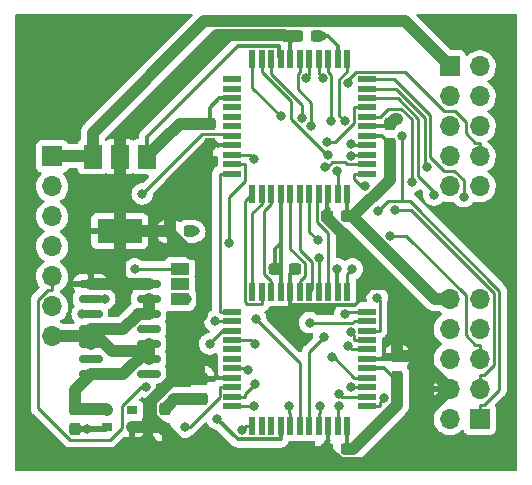
<source format=gbr>
%TF.GenerationSoftware,KiCad,Pcbnew,(6.0.6-0)*%
%TF.CreationDate,2023-02-07T03:51:43+09:00*%
%TF.ProjectId,AD1868I2S,41443138-3638-4493-9253-2e6b69636164,rev?*%
%TF.SameCoordinates,Original*%
%TF.FileFunction,Copper,L1,Top*%
%TF.FilePolarity,Positive*%
%FSLAX46Y46*%
G04 Gerber Fmt 4.6, Leading zero omitted, Abs format (unit mm)*
G04 Created by KiCad (PCBNEW (6.0.6-0)) date 2023-02-07 03:51:43*
%MOMM*%
%LPD*%
G01*
G04 APERTURE LIST*
G04 Aperture macros list*
%AMRoundRect*
0 Rectangle with rounded corners*
0 $1 Rounding radius*
0 $2 $3 $4 $5 $6 $7 $8 $9 X,Y pos of 4 corners*
0 Add a 4 corners polygon primitive as box body*
4,1,4,$2,$3,$4,$5,$6,$7,$8,$9,$2,$3,0*
0 Add four circle primitives for the rounded corners*
1,1,$1+$1,$2,$3*
1,1,$1+$1,$4,$5*
1,1,$1+$1,$6,$7*
1,1,$1+$1,$8,$9*
0 Add four rect primitives between the rounded corners*
20,1,$1+$1,$2,$3,$4,$5,0*
20,1,$1+$1,$4,$5,$6,$7,0*
20,1,$1+$1,$6,$7,$8,$9,0*
20,1,$1+$1,$8,$9,$2,$3,0*%
G04 Aperture macros list end*
%TA.AperFunction,SMDPad,CuDef*%
%ADD10RoundRect,0.237500X-0.237500X0.300000X-0.237500X-0.300000X0.237500X-0.300000X0.237500X0.300000X0*%
%TD*%
%TA.AperFunction,SMDPad,CuDef*%
%ADD11RoundRect,0.237500X-0.300000X-0.237500X0.300000X-0.237500X0.300000X0.237500X-0.300000X0.237500X0*%
%TD*%
%TA.AperFunction,SMDPad,CuDef*%
%ADD12R,0.550000X1.500000*%
%TD*%
%TA.AperFunction,SMDPad,CuDef*%
%ADD13R,1.500000X0.550000*%
%TD*%
%TA.AperFunction,ComponentPad*%
%ADD14R,1.700000X1.700000*%
%TD*%
%TA.AperFunction,ComponentPad*%
%ADD15O,1.700000X1.700000*%
%TD*%
%TA.AperFunction,SMDPad,CuDef*%
%ADD16RoundRect,0.237500X0.300000X0.237500X-0.300000X0.237500X-0.300000X-0.237500X0.300000X-0.237500X0*%
%TD*%
%TA.AperFunction,SMDPad,CuDef*%
%ADD17R,0.900000X0.650000*%
%TD*%
%TA.AperFunction,SMDPad,CuDef*%
%ADD18RoundRect,0.237500X0.237500X-0.300000X0.237500X0.300000X-0.237500X0.300000X-0.237500X-0.300000X0*%
%TD*%
%TA.AperFunction,SMDPad,CuDef*%
%ADD19R,1.500000X2.000000*%
%TD*%
%TA.AperFunction,SMDPad,CuDef*%
%ADD20R,3.800000X2.000000*%
%TD*%
%TA.AperFunction,SMDPad,CuDef*%
%ADD21R,1.500000X1.000000*%
%TD*%
%TA.AperFunction,SMDPad,CuDef*%
%ADD22RoundRect,0.150000X-0.825000X-0.150000X0.825000X-0.150000X0.825000X0.150000X-0.825000X0.150000X0*%
%TD*%
%TA.AperFunction,ViaPad*%
%ADD23C,0.800000*%
%TD*%
%TA.AperFunction,Conductor*%
%ADD24C,0.250000*%
%TD*%
%TA.AperFunction,Conductor*%
%ADD25C,1.000000*%
%TD*%
%TA.AperFunction,Conductor*%
%ADD26C,0.350000*%
%TD*%
%TA.AperFunction,Conductor*%
%ADD27C,0.500000*%
%TD*%
G04 APERTURE END LIST*
D10*
%TO.P,C2,1*%
%TO.N,+3.3V*%
X86360000Y-108357500D03*
%TO.P,C2,2*%
%TO.N,GND*%
X86360000Y-110082500D03*
%TD*%
%TO.P,C10,1*%
%TO.N,+3.3V*%
X102235000Y-86767500D03*
%TO.P,C10,2*%
%TO.N,GND*%
X102235000Y-88492500D03*
%TD*%
D11*
%TO.P,C6,1*%
%TO.N,+3.3V*%
X83592500Y-95885000D03*
%TO.P,C6,2*%
%TO.N,GND*%
X85317500Y-95885000D03*
%TD*%
D12*
%TO.P,U1,1,I/O/TDI*%
%TO.N,/TDI*%
X90615000Y-112380000D03*
%TO.P,U1,2,I/O*%
%TO.N,unconnected-(U1-Pad2)*%
X91415000Y-112380000D03*
%TO.P,U1,3,I/O*%
%TO.N,unconnected-(U1-Pad3)*%
X92215000Y-112380000D03*
%TO.P,U1,4,GND*%
%TO.N,GND*%
X93015000Y-112380000D03*
%TO.P,U1,5,I/O*%
%TO.N,/DR0*%
X93815000Y-112380000D03*
%TO.P,U1,6,I/O*%
%TO.N,/DR1*%
X94615000Y-112380000D03*
%TO.P,U1,7,I/O/TMS*%
%TO.N,/TMS*%
X95415000Y-112380000D03*
%TO.P,U1,8,I/O*%
%TO.N,/DR2*%
X96215000Y-112380000D03*
%TO.P,U1,9,VCC*%
%TO.N,+3.3V*%
X97015000Y-112380000D03*
%TO.P,U1,10,I/O*%
%TO.N,/DR3*%
X97815000Y-112380000D03*
%TO.P,U1,11,GND*%
%TO.N,GND*%
X98615000Y-112380000D03*
D13*
%TO.P,U1,12,I/O*%
%TO.N,/DR4*%
X100315000Y-110680000D03*
%TO.P,U1,13,I/O*%
%TO.N,/DR5*%
X100315000Y-109880000D03*
%TO.P,U1,14,I/O*%
%TO.N,/DR6*%
X100315000Y-109080000D03*
%TO.P,U1,15,I/O*%
%TO.N,/DR7*%
X100315000Y-108280000D03*
%TO.P,U1,16,GND*%
%TO.N,GND*%
X100315000Y-107480000D03*
%TO.P,U1,17,VCC*%
%TO.N,+3.3V*%
X100315000Y-106680000D03*
%TO.P,U1,18,I/O*%
%TO.N,/DR8*%
X100315000Y-105880000D03*
%TO.P,U1,19,I/O*%
%TO.N,/DR9*%
X100315000Y-105080000D03*
%TO.P,U1,20,I/O*%
%TO.N,/DR10*%
X100315000Y-104280000D03*
%TO.P,U1,21,I/O*%
%TO.N,/DR11*%
X100315000Y-103480000D03*
%TO.P,U1,22,I/O*%
%TO.N,/DR12*%
X100315000Y-102680000D03*
D12*
%TO.P,U1,23,I/O*%
%TO.N,/DR13*%
X98615000Y-100980000D03*
%TO.P,U1,24,GND*%
%TO.N,GND*%
X97815000Y-100980000D03*
%TO.P,U1,25,I/O*%
%TO.N,/DR14*%
X97015000Y-100980000D03*
%TO.P,U1,26,I/O/TCK*%
%TO.N,/TCK*%
X96215000Y-100980000D03*
%TO.P,U1,27,I/O*%
%TO.N,/DR15*%
X95415000Y-100980000D03*
%TO.P,U1,28,I/O*%
%TO.N,/DR16*%
X94615000Y-100980000D03*
%TO.P,U1,29,VCC*%
%TO.N,+3.3V*%
X93815000Y-100980000D03*
%TO.P,U1,30,GND*%
%TO.N,GND*%
X93015000Y-100980000D03*
%TO.P,U1,31,I/O*%
%TO.N,/DR17*%
X92215000Y-100980000D03*
%TO.P,U1,32,I/O/TDO*%
%TO.N,/TDX*%
X91415000Y-100980000D03*
%TO.P,U1,33,I/O*%
%TO.N,/AD_LP*%
X90615000Y-100980000D03*
D13*
%TO.P,U1,34,I/O*%
%TO.N,/LATCH*%
X88915000Y-102680000D03*
%TO.P,U1,35,I/O*%
%TO.N,/LR*%
X88915000Y-103480000D03*
%TO.P,U1,36,GND*%
%TO.N,GND*%
X88915000Y-104280000D03*
%TO.P,U1,37,INPUT/GCLK1*%
%TO.N,/I2S_MCK*%
X88915000Y-105080000D03*
%TO.P,U1,38,INPUT/OE1*%
%TO.N,unconnected-(U1-Pad38)*%
X88915000Y-105880000D03*
%TO.P,U1,39,INPUT/GCLRn*%
%TO.N,unconnected-(U1-Pad39)*%
X88915000Y-106680000D03*
%TO.P,U1,40,INPUT/OE2/GCLK2*%
%TO.N,/DR*%
X88915000Y-107480000D03*
%TO.P,U1,41,VCC*%
%TO.N,+3.3V*%
X88915000Y-108280000D03*
%TO.P,U1,42,I/O*%
%TO.N,/CK*%
X88915000Y-109080000D03*
%TO.P,U1,43,I/O*%
%TO.N,/SYNC_CLK*%
X88915000Y-109880000D03*
%TO.P,U1,44,I/O*%
%TO.N,/I2S_CLK*%
X88915000Y-110680000D03*
%TD*%
D12*
%TO.P,U4,1,I/O/TDI*%
%TO.N,/TDX*%
X90615000Y-92695000D03*
%TO.P,U4,2,I/O*%
%TO.N,/AD_LP*%
X91415000Y-92695000D03*
%TO.P,U4,3,I/O*%
%TO.N,/DR17*%
X92215000Y-92695000D03*
%TO.P,U4,4,GND*%
%TO.N,GND*%
X93015000Y-92695000D03*
%TO.P,U4,5,I/O*%
%TO.N,/DR16*%
X93815000Y-92695000D03*
%TO.P,U4,6,I/O*%
%TO.N,/DR15*%
X94615000Y-92695000D03*
%TO.P,U4,7,I/O/TMS*%
%TO.N,/TMS*%
X95415000Y-92695000D03*
%TO.P,U4,8,I/O*%
%TO.N,/DR14*%
X96215000Y-92695000D03*
%TO.P,U4,9,VCC*%
%TO.N,+3.3V*%
X97015000Y-92695000D03*
%TO.P,U4,10,I/O*%
%TO.N,/DR13*%
X97815000Y-92695000D03*
%TO.P,U4,11,GND*%
%TO.N,GND*%
X98615000Y-92695000D03*
D13*
%TO.P,U4,12,I/O*%
%TO.N,/DR12*%
X100315000Y-90995000D03*
%TO.P,U4,13,I/O*%
%TO.N,/DR11*%
X100315000Y-90195000D03*
%TO.P,U4,14,I/O*%
%TO.N,/DR10*%
X100315000Y-89395000D03*
%TO.P,U4,15,I/O*%
%TO.N,/DR9*%
X100315000Y-88595000D03*
%TO.P,U4,16,GND*%
%TO.N,GND*%
X100315000Y-87795000D03*
%TO.P,U4,17,VCC*%
%TO.N,+3.3V*%
X100315000Y-86995000D03*
%TO.P,U4,18,I/O*%
%TO.N,/DR8*%
X100315000Y-86195000D03*
%TO.P,U4,19,I/O*%
%TO.N,/DR7*%
X100315000Y-85395000D03*
%TO.P,U4,20,I/O*%
%TO.N,/DR6*%
X100315000Y-84595000D03*
%TO.P,U4,21,I/O*%
%TO.N,/DR5*%
X100315000Y-83795000D03*
%TO.P,U4,22,I/O*%
%TO.N,/DR4*%
X100315000Y-82995000D03*
D12*
%TO.P,U4,23,I/O*%
%TO.N,/DR3*%
X98615000Y-81295000D03*
%TO.P,U4,24,GND*%
%TO.N,GND*%
X97815000Y-81295000D03*
%TO.P,U4,25,I/O*%
%TO.N,/DR2*%
X97015000Y-81295000D03*
%TO.P,U4,26,I/O/TCK*%
%TO.N,/TCK*%
X96215000Y-81295000D03*
%TO.P,U4,27,I/O*%
%TO.N,/DR1*%
X95415000Y-81295000D03*
%TO.P,U4,28,I/O*%
%TO.N,/DR0*%
X94615000Y-81295000D03*
%TO.P,U4,29,VCC*%
%TO.N,+3.3V*%
X93815000Y-81295000D03*
%TO.P,U4,30,GND*%
%TO.N,GND*%
X93015000Y-81295000D03*
%TO.P,U4,31,I/O*%
%TO.N,/I2S_LR*%
X92215000Y-81295000D03*
%TO.P,U4,32,I/O/TDO*%
%TO.N,/TDO*%
X91415000Y-81295000D03*
%TO.P,U4,33,I/O*%
%TO.N,/I2S_DT*%
X90615000Y-81295000D03*
D13*
%TO.P,U4,34,I/O*%
%TO.N,unconnected-(U4-Pad34)*%
X88915000Y-82995000D03*
%TO.P,U4,35,I/O*%
%TO.N,unconnected-(U4-Pad35)*%
X88915000Y-83795000D03*
%TO.P,U4,36,GND*%
%TO.N,GND*%
X88915000Y-84595000D03*
%TO.P,U4,37,INPUT/GCLK1*%
%TO.N,unconnected-(U4-Pad37)*%
X88915000Y-85395000D03*
%TO.P,U4,38,INPUT/OE1*%
%TO.N,unconnected-(U4-Pad38)*%
X88915000Y-86195000D03*
%TO.P,U4,39,INPUT/GCLRn*%
%TO.N,unconnected-(U4-Pad39)*%
X88915000Y-86995000D03*
%TO.P,U4,40,INPUT/OE2/GCLK2*%
%TO.N,/DL*%
X88915000Y-87795000D03*
%TO.P,U4,41,VCC*%
%TO.N,+3.3V*%
X88915000Y-88595000D03*
%TO.P,U4,42,I/O*%
%TO.N,/I2S_CLK*%
X88915000Y-89395000D03*
%TO.P,U4,43,I/O*%
%TO.N,/SYNC_CLK*%
X88915000Y-90195000D03*
%TO.P,U4,44,I/O*%
%TO.N,/LATCH*%
X88915000Y-90995000D03*
%TD*%
D14*
%TO.P,J2,1,Pin_1*%
%TO.N,/TCK*%
X109855000Y-111760000D03*
D15*
%TO.P,J2,2,Pin_2*%
%TO.N,GND*%
X107315000Y-111760000D03*
%TO.P,J2,3,Pin_3*%
%TO.N,/TDO*%
X109855000Y-109220000D03*
%TO.P,J2,4,Pin_4*%
%TO.N,+3.3V*%
X107315000Y-109220000D03*
%TO.P,J2,5,Pin_5*%
%TO.N,/TMS*%
X109855000Y-106680000D03*
%TO.P,J2,6,Pin_6*%
%TO.N,unconnected-(J2-Pad6)*%
X107315000Y-106680000D03*
%TO.P,J2,7,Pin_7*%
%TO.N,unconnected-(J2-Pad7)*%
X109855000Y-104140000D03*
%TO.P,J2,8,Pin_8*%
%TO.N,unconnected-(J2-Pad8)*%
X107315000Y-104140000D03*
%TO.P,J2,9,Pin_9*%
%TO.N,/TDI*%
X109855000Y-101600000D03*
%TO.P,J2,10,Pin_10*%
%TO.N,GND*%
X107315000Y-101600000D03*
%TD*%
D16*
%TO.P,C3,1*%
%TO.N,+3.3V*%
X94207500Y-99060000D03*
%TO.P,C3,2*%
%TO.N,GND*%
X92482500Y-99060000D03*
%TD*%
D11*
%TO.P,C9,1*%
%TO.N,+3.3V*%
X94387500Y-79375000D03*
%TO.P,C9,2*%
%TO.N,GND*%
X96112500Y-79375000D03*
%TD*%
%TO.P,C11,1*%
%TO.N,+3.3V*%
X96927500Y-94615000D03*
%TO.P,C11,2*%
%TO.N,GND*%
X98652500Y-94615000D03*
%TD*%
%TO.P,C1,1*%
%TO.N,+3.3V*%
X96927500Y-114300000D03*
%TO.P,C1,2*%
%TO.N,GND*%
X98652500Y-114300000D03*
%TD*%
D17*
%TO.P,X1,1,Tri-State*%
%TO.N,unconnected-(X1-Pad1)*%
X80425000Y-111035000D03*
%TO.P,X1,2,GND*%
%TO.N,GND*%
X78325000Y-111035000D03*
%TO.P,X1,3,OUT*%
%TO.N,/XCK*%
X78325000Y-112485000D03*
%TO.P,X1,4,VDD*%
%TO.N,+3.3V*%
X80425000Y-112485000D03*
%TD*%
D14*
%TO.P,J1,1,Pin_1*%
%TO.N,+5V*%
X73660000Y-89530000D03*
D15*
%TO.P,J1,2,Pin_2*%
%TO.N,/LL*%
X73660000Y-92070000D03*
%TO.P,J1,3,Pin_3*%
%TO.N,/DL*%
X73660000Y-94610000D03*
%TO.P,J1,4,Pin_4*%
%TO.N,/CK*%
X73660000Y-97150000D03*
%TO.P,J1,5,Pin_5*%
%TO.N,/DR*%
X73660000Y-99690000D03*
%TO.P,J1,6,Pin_6*%
%TO.N,/LR*%
X73660000Y-102230000D03*
%TO.P,J1,7,Pin_7*%
%TO.N,GND*%
X73660000Y-104770000D03*
%TD*%
D14*
%TO.P,J3,1,Pin_1*%
%TO.N,+5V*%
X107315000Y-81915000D03*
D15*
%TO.P,J3,2,Pin_2*%
%TO.N,GND*%
X109855000Y-81915000D03*
%TO.P,J3,3,Pin_3*%
%TO.N,unconnected-(J3-Pad3)*%
X107315000Y-84455000D03*
%TO.P,J3,4,Pin_4*%
%TO.N,unconnected-(J3-Pad4)*%
X109855000Y-84455000D03*
%TO.P,J3,5,Pin_5*%
%TO.N,/I2S_DT*%
X107315000Y-86995000D03*
%TO.P,J3,6,Pin_6*%
%TO.N,/I2S_CLK*%
X109855000Y-86995000D03*
%TO.P,J3,7,Pin_7*%
%TO.N,/I2S_LR*%
X107315000Y-89535000D03*
%TO.P,J3,8,Pin_8*%
%TO.N,/I2S_MCK*%
X109855000Y-89535000D03*
%TO.P,J3,9,Pin_9*%
%TO.N,unconnected-(J3-Pad9)*%
X107315000Y-92075000D03*
%TO.P,J3,10,Pin_10*%
%TO.N,unconnected-(J3-Pad10)*%
X109855000Y-92075000D03*
%TD*%
D18*
%TO.P,C8,1*%
%TO.N,+3.3V*%
X86995000Y-88492500D03*
%TO.P,C8,2*%
%TO.N,GND*%
X86995000Y-86767500D03*
%TD*%
D19*
%TO.P,U2,1,GND*%
%TO.N,GND*%
X81675000Y-89560000D03*
%TO.P,U2,2,VO*%
%TO.N,+3.3V*%
X79375000Y-89560000D03*
D20*
X79375000Y-95860000D03*
D19*
%TO.P,U2,3,VI*%
%TO.N,+5V*%
X77075000Y-89560000D03*
%TD*%
D21*
%TO.P,J4,1,Pin_1*%
%TO.N,/XCK*%
X84455000Y-101630000D03*
%TO.P,J4,2,Pin_2*%
%TO.N,/I2S_MCK*%
X84455000Y-100330000D03*
%TO.P,J4,3,Pin_3*%
%TO.N,/XCK_X*%
X84455000Y-99030000D03*
%TD*%
D18*
%TO.P,C7,1*%
%TO.N,+3.3V*%
X83185000Y-112622500D03*
%TO.P,C7,2*%
%TO.N,GND*%
X83185000Y-110897500D03*
%TD*%
%TO.P,C5,1*%
%TO.N,/XCK*%
X75565000Y-112622500D03*
%TO.P,C5,2*%
%TO.N,GND*%
X75565000Y-110897500D03*
%TD*%
D10*
%TO.P,C4,1*%
%TO.N,+3.3V*%
X102870000Y-106452500D03*
%TO.P,C4,2*%
%TO.N,GND*%
X102870000Y-108177500D03*
%TD*%
D22*
%TO.P,U3,1*%
%TO.N,+3.3V*%
X76900000Y-100330000D03*
%TO.P,U3,2*%
%TO.N,/XCK*%
X76900000Y-101600000D03*
%TO.P,U3,3*%
%TO.N,/XCK_X*%
X76900000Y-102870000D03*
%TO.P,U3,4*%
%TO.N,GND*%
X76900000Y-104140000D03*
%TO.P,U3,5*%
X76900000Y-105410000D03*
%TO.P,U3,6*%
%TO.N,unconnected-(U3-Pad6)*%
X76900000Y-106680000D03*
%TO.P,U3,7,GND*%
%TO.N,GND*%
X76900000Y-107950000D03*
%TO.P,U3,8*%
%TO.N,unconnected-(U3-Pad8)*%
X81850000Y-107950000D03*
%TO.P,U3,9*%
%TO.N,GND*%
X81850000Y-106680000D03*
%TO.P,U3,10*%
X81850000Y-105410000D03*
%TO.P,U3,11*%
%TO.N,unconnected-(U3-Pad11)*%
X81850000Y-104140000D03*
%TO.P,U3,12*%
%TO.N,GND*%
X81850000Y-102870000D03*
%TO.P,U3,13*%
X81850000Y-101600000D03*
%TO.P,U3,14,VCC*%
%TO.N,+3.3V*%
X81850000Y-100330000D03*
%TD*%
D23*
%TO.N,GND*%
X87630000Y-111760000D03*
%TO.N,/SYNC_CLK*%
X90848400Y-108817500D03*
X88656500Y-96837500D03*
%TO.N,/DR13*%
X99060000Y-99060000D03*
X97790000Y-90805000D03*
%TO.N,/DR12*%
X100100200Y-92058400D03*
X98451000Y-102883700D03*
%TO.N,/DR11*%
X95444700Y-103609100D03*
X96758700Y-90409900D03*
%TO.N,/DR10*%
X101171100Y-101491900D03*
X98922600Y-89472500D03*
%TO.N,/DR9*%
X98955700Y-104390200D03*
X98923400Y-88472100D03*
%TO.N,/DR8*%
X98696100Y-105575300D03*
X104081400Y-91710100D03*
%TO.N,/DR7*%
X97339600Y-106560900D03*
X96956700Y-88354700D03*
%TO.N,/DR6*%
X98936500Y-109080000D03*
X105984600Y-92795900D03*
%TO.N,/DR5*%
X97963800Y-109621100D03*
X105414200Y-90425200D03*
%TO.N,/DR4*%
X101717500Y-109968400D03*
X108503000Y-92938300D03*
%TO.N,/DR3*%
X97903100Y-110640500D03*
X98424500Y-86532300D03*
%TO.N,/DR2*%
X96326800Y-110642700D03*
X97259600Y-86546200D03*
%TO.N,/DR1*%
X90887600Y-103309900D03*
X95161400Y-82928900D03*
%TO.N,/DR0*%
X93694800Y-110627500D03*
X95555100Y-86976200D03*
%TO.N,/XCK_X*%
X76200000Y-102870000D03*
X80645000Y-99060000D03*
%TO.N,/XCK*%
X85090000Y-101600000D03*
X78105000Y-101600000D03*
X76607500Y-112622000D03*
%TO.N,/I2S_LR*%
X94829800Y-86282200D03*
%TO.N,/I2S_DT*%
X92999900Y-86125700D03*
%TO.N,/I2S_CLK*%
X90765000Y-89745700D03*
X90711500Y-110632500D03*
%TO.N,/TDI*%
X89712200Y-112730500D03*
%TO.N,/TMS*%
X102281100Y-96248400D03*
X96119200Y-96613300D03*
X96667100Y-104837800D03*
%TO.N,/TDO*%
X102668100Y-94048300D03*
X96978500Y-89409500D03*
%TO.N,/TCK*%
X101217400Y-94153300D03*
X96253100Y-98101000D03*
X103284800Y-87776000D03*
X96545700Y-82929600D03*
%TO.N,/LR*%
X87416700Y-103480000D03*
%TO.N,/DR*%
X81563200Y-109063900D03*
X90268400Y-107605000D03*
%TO.N,/CK*%
X84866600Y-112465900D03*
%TO.N,/DL*%
X81280000Y-92710000D03*
%TO.N,/I2S_MCK*%
X90805000Y-105410000D03*
X84455000Y-100330000D03*
X98691600Y-83322700D03*
%TO.N,GND*%
X97790000Y-99060000D03*
X86995000Y-105410000D03*
X99060000Y-94615000D03*
X92344500Y-99007700D03*
X102870000Y-108585000D03*
X96520000Y-79375000D03*
X81807500Y-89427500D03*
X83077500Y-88157500D03*
X80794000Y-103019000D03*
X85725000Y-95885000D03*
X77062500Y-110898000D03*
X84227500Y-110082000D03*
%TO.N,+3.3V*%
X102870000Y-86360000D03*
X93345000Y-79375000D03*
%TD*%
D24*
%TO.N,/TDI*%
X90062700Y-112380000D02*
X89712200Y-112730500D01*
X90615000Y-112380000D02*
X90062700Y-112380000D01*
D25*
%TO.N,+3.3V*%
X83185000Y-112622000D02*
X85737501Y-115174501D01*
X96052999Y-115174501D02*
X96927500Y-114300000D01*
X85737501Y-115174501D02*
X96052999Y-115174501D01*
D26*
%TO.N,GND*%
X93015000Y-112380000D02*
X93015000Y-113480000D01*
X92990000Y-113505000D02*
X89375000Y-113505000D01*
X93015000Y-113480000D02*
X92990000Y-113505000D01*
X89375000Y-113505000D02*
X87630000Y-111760000D01*
D24*
%TO.N,/SYNC_CLK*%
X89990300Y-109675600D02*
X90848400Y-108817500D01*
X89990300Y-109880000D02*
X89990300Y-109675600D01*
X89990300Y-91619700D02*
X89990300Y-90195000D01*
X88656500Y-92953500D02*
X89990300Y-91619700D01*
X88656500Y-96837500D02*
X88656500Y-92953500D01*
X88915000Y-90195000D02*
X89990300Y-90195000D01*
X88915000Y-109880000D02*
X89990300Y-109880000D01*
%TO.N,/LATCH*%
X88915000Y-102680000D02*
X87839700Y-102680000D01*
X88915000Y-90995000D02*
X87839700Y-90995000D01*
X87839700Y-90995000D02*
X87839700Y-102680000D01*
%TO.N,/AD_LP*%
X91415000Y-93570000D02*
X91415000Y-92695000D01*
X90615000Y-94370000D02*
X91415000Y-93570000D01*
X90615000Y-100980000D02*
X90615000Y-94370000D01*
%TO.N,/TDX*%
X90008500Y-93301500D02*
X90615000Y-92695000D01*
X90008500Y-101875700D02*
X90008500Y-93301500D01*
X90188100Y-102055300D02*
X90008500Y-101875700D01*
X91415000Y-102055300D02*
X90188100Y-102055300D01*
X91415000Y-100980000D02*
X91415000Y-102055300D01*
%TO.N,/DR17*%
X92215000Y-93570000D02*
X92215000Y-92695000D01*
X91620000Y-94165000D02*
X92215000Y-93570000D01*
X91620000Y-99530500D02*
X91620000Y-94165000D01*
X92215000Y-100125000D02*
X91620000Y-99530500D01*
X92215000Y-100980000D02*
X92215000Y-100125000D01*
%TO.N,/DR16*%
X93815000Y-97334500D02*
X93815000Y-92695000D01*
X95070000Y-98589500D02*
X93815000Y-97334500D01*
X95070000Y-99650000D02*
X95070000Y-98589500D01*
X94615000Y-100105000D02*
X95070000Y-99650000D01*
X94615000Y-100980000D02*
X94615000Y-100105000D01*
%TO.N,/DR15*%
X95615000Y-100780000D02*
X95415000Y-100980000D01*
X95615000Y-98498800D02*
X95615000Y-100780000D01*
X94615000Y-97498800D02*
X95615000Y-98498800D01*
X94615000Y-92695000D02*
X94615000Y-97498800D01*
%TO.N,/DR14*%
X96065000Y-92845000D02*
X96215000Y-92695000D01*
X96065000Y-95085500D02*
X96065000Y-92845000D01*
X97015000Y-96035500D02*
X96065000Y-95085500D01*
X97015000Y-100980000D02*
X97015000Y-96035500D01*
%TO.N,/DR13*%
X98615000Y-99505000D02*
X99060000Y-99060000D01*
X98615000Y-100980000D02*
X98615000Y-99505000D01*
X97815000Y-90830000D02*
X97790000Y-90805000D01*
X97815000Y-92695000D02*
X97815000Y-90830000D01*
%TO.N,/DR12*%
X100315000Y-90995000D02*
X99239700Y-90995000D01*
X99841600Y-92058400D02*
X100100200Y-92058400D01*
X99239700Y-91456500D02*
X99841600Y-92058400D01*
X99239700Y-90995000D02*
X99239700Y-91456500D01*
X98654700Y-102680000D02*
X98451000Y-102883700D01*
X100315000Y-102680000D02*
X98654700Y-102680000D01*
%TO.N,/DR11*%
X100315000Y-90195000D02*
X99239700Y-90195000D01*
X100315000Y-103480000D02*
X99239700Y-103480000D01*
X99110600Y-103609100D02*
X95444700Y-103609100D01*
X99239700Y-103480000D02*
X99110600Y-103609100D01*
X99236900Y-90197800D02*
X99239700Y-90195000D01*
X98622200Y-90197800D02*
X99236900Y-90197800D01*
X98472600Y-90048200D02*
X98622200Y-90197800D01*
X97365600Y-90048200D02*
X98472600Y-90048200D01*
X97003900Y-90409900D02*
X97365600Y-90048200D01*
X96758700Y-90409900D02*
X97003900Y-90409900D01*
%TO.N,/DR10*%
X100315000Y-104280000D02*
X101390300Y-104280000D01*
X101390300Y-101711100D02*
X101171100Y-101491900D01*
X101390300Y-104280000D02*
X101390300Y-101711100D01*
X99000100Y-89395000D02*
X98922600Y-89472500D01*
X100315000Y-89395000D02*
X99000100Y-89395000D01*
%TO.N,/DR9*%
X100315000Y-105080000D02*
X99239700Y-105080000D01*
X99239700Y-104674200D02*
X98955700Y-104390200D01*
X99239700Y-105080000D02*
X99239700Y-104674200D01*
X99046300Y-88595000D02*
X98923400Y-88472100D01*
X100315000Y-88595000D02*
X99046300Y-88595000D01*
%TO.N,/DR8*%
X100315000Y-86195000D02*
X101390300Y-86195000D01*
X102079700Y-85505600D02*
X101390300Y-86195000D01*
X103190200Y-85505600D02*
X102079700Y-85505600D01*
X104081400Y-86396800D02*
X103190200Y-85505600D01*
X104081400Y-91710100D02*
X104081400Y-86396800D01*
X99000800Y-105880000D02*
X98696100Y-105575300D01*
X100315000Y-105880000D02*
X99000800Y-105880000D01*
%TO.N,/DR7*%
X100315000Y-85395000D02*
X99239700Y-85395000D01*
X100315000Y-108280000D02*
X99239700Y-108280000D01*
X97627900Y-88354700D02*
X96956700Y-88354700D01*
X99239700Y-86742900D02*
X97627900Y-88354700D01*
X99239700Y-85395000D02*
X99239700Y-86742900D01*
X97520600Y-106560900D02*
X97339600Y-106560900D01*
X99239700Y-108280000D02*
X97520600Y-106560900D01*
%TO.N,/DR6*%
X100315000Y-109080000D02*
X98936500Y-109080000D01*
X102916600Y-84595000D02*
X100315000Y-84595000D01*
X104652200Y-86330600D02*
X102916600Y-84595000D01*
X104652200Y-91197300D02*
X104652200Y-86330600D01*
X105984600Y-92529700D02*
X104652200Y-91197300D01*
X105984600Y-92795900D02*
X105984600Y-92529700D01*
%TO.N,/DR5*%
X98222700Y-109880000D02*
X100315000Y-109880000D01*
X97963800Y-109621100D02*
X98222700Y-109880000D01*
X102760700Y-83795000D02*
X100315000Y-83795000D01*
X105222800Y-86257100D02*
X102760700Y-83795000D01*
X105222800Y-90233800D02*
X105222800Y-86257100D01*
X105414200Y-90425200D02*
X105222800Y-90233800D01*
%TO.N,/DR4*%
X101390300Y-110295600D02*
X101717500Y-109968400D01*
X101390300Y-110680000D02*
X101390300Y-110295600D01*
X100315000Y-110680000D02*
X101390300Y-110680000D01*
X102609700Y-82995000D02*
X100315000Y-82995000D01*
X105673100Y-86058400D02*
X102609700Y-82995000D01*
X105673100Y-89578200D02*
X105673100Y-86058400D01*
X106830200Y-90735300D02*
X105673100Y-89578200D01*
X107684400Y-90735300D02*
X106830200Y-90735300D01*
X108503000Y-91553900D02*
X107684400Y-90735300D01*
X108503000Y-92938300D02*
X108503000Y-91553900D01*
%TO.N,/DR3*%
X98615000Y-81295000D02*
X98615000Y-82370300D01*
X97815000Y-110728600D02*
X97903100Y-110640500D01*
X97815000Y-112380000D02*
X97815000Y-110728600D01*
X97966300Y-86074100D02*
X98424500Y-86532300D01*
X97966300Y-83019000D02*
X97966300Y-86074100D01*
X98615000Y-82370300D02*
X97966300Y-83019000D01*
%TO.N,/DR2*%
X97015000Y-81295000D02*
X97015000Y-82370300D01*
X97298100Y-82653400D02*
X97015000Y-82370300D01*
X97298100Y-86507700D02*
X97298100Y-82653400D01*
X97259600Y-86546200D02*
X97298100Y-86507700D01*
X96326800Y-111192900D02*
X96326800Y-110642700D01*
X96215000Y-111304700D02*
X96326800Y-111192900D01*
X96215000Y-112380000D02*
X96215000Y-111304700D01*
%TO.N,/DR1*%
X95415000Y-82675300D02*
X95415000Y-81295000D01*
X95161400Y-82928900D02*
X95415000Y-82675300D01*
X94615000Y-107037300D02*
X90887600Y-103309900D01*
X94615000Y-112380000D02*
X94615000Y-107037300D01*
%TO.N,/DR0*%
X94615000Y-81295000D02*
X94615000Y-82370300D01*
X93815000Y-112380000D02*
X93815000Y-111304700D01*
X93694800Y-111184500D02*
X93694800Y-110627500D01*
X93815000Y-111304700D02*
X93694800Y-111184500D01*
X94428800Y-82556500D02*
X94615000Y-82370300D01*
X94428800Y-83852300D02*
X94428800Y-82556500D01*
X95555100Y-84978600D02*
X94428800Y-83852300D01*
X95555100Y-86976200D02*
X95555100Y-84978600D01*
%TO.N,/XCK_X*%
X80675000Y-99030000D02*
X84455000Y-99030000D01*
X80645000Y-99060000D02*
X80675000Y-99030000D01*
X76200000Y-102870000D02*
X76900000Y-102870000D01*
%TO.N,/XCK*%
X76900000Y-101600000D02*
X78105000Y-101600000D01*
D27*
X78187500Y-112622000D02*
X78325000Y-112485000D01*
X76607500Y-112622000D02*
X78187500Y-112622000D01*
D24*
X84485000Y-101600000D02*
X84455000Y-101630000D01*
X85090000Y-101600000D02*
X84485000Y-101600000D01*
D27*
X75565000Y-112622000D02*
X75565500Y-112622000D01*
X75565500Y-112622000D02*
X76607500Y-112622000D01*
D24*
X75565500Y-112622000D02*
X75565000Y-112622500D01*
%TO.N,/I2S_LR*%
X92215000Y-82533400D02*
X92215000Y-81295000D01*
X94829800Y-85148200D02*
X92215000Y-82533400D01*
X94829800Y-86282200D02*
X94829800Y-85148200D01*
%TO.N,/I2S_DT*%
X90615000Y-83740800D02*
X92999900Y-86125700D01*
X90615000Y-81295000D02*
X90615000Y-83740800D01*
%TO.N,/I2S_CLK*%
X90414300Y-89395000D02*
X88915000Y-89395000D01*
X90765000Y-89745700D02*
X90414300Y-89395000D01*
X90037800Y-110632500D02*
X89990300Y-110680000D01*
X90711500Y-110632500D02*
X90037800Y-110632500D01*
X88915000Y-110680000D02*
X89990300Y-110680000D01*
%TO.N,/TMS*%
X109855000Y-106680000D02*
X109855000Y-105504700D01*
X109487600Y-105504700D02*
X109855000Y-105504700D01*
X108679700Y-104696800D02*
X109487600Y-105504700D01*
X108679700Y-101280500D02*
X108679700Y-104696800D01*
X103647600Y-96248400D02*
X108679700Y-101280500D01*
X102281100Y-96248400D02*
X103647600Y-96248400D01*
X95415000Y-95909100D02*
X95415000Y-92695000D01*
X96119200Y-96613300D02*
X95415000Y-95909100D01*
X95415000Y-112380000D02*
X95415000Y-111304700D01*
X95415000Y-106089900D02*
X95415000Y-111304700D01*
X96667100Y-104837800D02*
X95415000Y-106089900D01*
%TO.N,/TDO*%
X109855000Y-109220000D02*
X109855000Y-108044700D01*
X103998800Y-94048300D02*
X102668100Y-94048300D01*
X111043200Y-101092700D02*
X103998800Y-94048300D01*
X111043200Y-107223800D02*
X111043200Y-101092700D01*
X110222300Y-108044700D02*
X111043200Y-107223800D01*
X109855000Y-108044700D02*
X110222300Y-108044700D01*
X91415000Y-81295000D02*
X91415000Y-82370300D01*
X93890300Y-84845600D02*
X91415000Y-82370300D01*
X93890300Y-86395600D02*
X93890300Y-84845600D01*
X96904200Y-89409500D02*
X93890300Y-86395600D01*
X96978500Y-89409500D02*
X96904200Y-89409500D01*
%TO.N,/TCK*%
X96215000Y-100980000D02*
X96215000Y-99904700D01*
X96253100Y-99866600D02*
X96215000Y-99904700D01*
X96253100Y-98101000D02*
X96253100Y-99866600D01*
X109855000Y-111760000D02*
X109855000Y-110584700D01*
X96215000Y-82598900D02*
X96545700Y-82929600D01*
X96215000Y-81295000D02*
X96215000Y-82598900D01*
X103284800Y-93321900D02*
X103284800Y-87776000D01*
X103914900Y-93321900D02*
X103284800Y-93321900D01*
X111499400Y-100906400D02*
X103914900Y-93321900D01*
X111499400Y-109307600D02*
X111499400Y-100906400D01*
X110222300Y-110584700D02*
X111499400Y-109307600D01*
X109855000Y-110584700D02*
X110222300Y-110584700D01*
X102048800Y-93321900D02*
X101217400Y-94153300D01*
X103284800Y-93321900D02*
X102048800Y-93321900D01*
%TO.N,/LR*%
X88915000Y-103480000D02*
X87416700Y-103480000D01*
%TO.N,/DR*%
X90115300Y-107605000D02*
X89990300Y-107480000D01*
X90268400Y-107605000D02*
X90115300Y-107605000D01*
X88915000Y-107480000D02*
X89990300Y-107480000D01*
X81146400Y-109063900D02*
X81563200Y-109063900D01*
X79575600Y-110634700D02*
X81146400Y-109063900D01*
X79575600Y-112516400D02*
X79575600Y-110634700D01*
X78560400Y-113531600D02*
X79575600Y-112516400D01*
X75122800Y-113531600D02*
X78560400Y-113531600D01*
X72464100Y-110872900D02*
X75122800Y-113531600D01*
X72464100Y-101693900D02*
X72464100Y-110872900D01*
X73292700Y-100865300D02*
X72464100Y-101693900D01*
X73660000Y-100865300D02*
X73292700Y-100865300D01*
X73660000Y-99690000D02*
X73660000Y-100865300D01*
%TO.N,/CK*%
X87839700Y-109941400D02*
X87839700Y-109080000D01*
X85315200Y-112465900D02*
X87839700Y-109941400D01*
X84866600Y-112465900D02*
X85315200Y-112465900D01*
X88915000Y-109080000D02*
X87839700Y-109080000D01*
%TO.N,/DL*%
X86360000Y-87630000D02*
X81280000Y-92710000D01*
X88750000Y-87630000D02*
X86360000Y-87630000D01*
X88915000Y-87795000D02*
X88750000Y-87630000D01*
D25*
%TO.N,+5V*%
X103496000Y-78096000D02*
X107315000Y-81915000D01*
X86539000Y-78096000D02*
X103496000Y-78096000D01*
X77075000Y-87560000D02*
X86539000Y-78096000D01*
X77075000Y-89560000D02*
X77075000Y-87560000D01*
X77045000Y-89530000D02*
X77075000Y-89560000D01*
X73660000Y-89530000D02*
X77045000Y-89530000D01*
D24*
%TO.N,/I2S_MCK*%
X90475000Y-105080000D02*
X90805000Y-105410000D01*
X88915000Y-105080000D02*
X90475000Y-105080000D01*
X109855000Y-89535000D02*
X109855000Y-88359700D01*
X98691600Y-83057900D02*
X98691600Y-83322700D01*
X99354900Y-82394600D02*
X98691600Y-83057900D01*
X103525900Y-82394600D02*
X99354900Y-82394600D01*
X106856300Y-85725000D02*
X103525900Y-82394600D01*
X107746000Y-85725000D02*
X106856300Y-85725000D01*
X108679700Y-86658700D02*
X107746000Y-85725000D01*
X108679700Y-87551800D02*
X108679700Y-86658700D01*
X109487600Y-88359700D02*
X108679700Y-87551800D01*
X109855000Y-88359700D02*
X109487600Y-88359700D01*
D26*
%TO.N,GND*%
X97790000Y-100955000D02*
X97815000Y-100980000D01*
X97790000Y-99060000D02*
X97790000Y-100955000D01*
X81675000Y-87870000D02*
X81675000Y-89560000D01*
X89375000Y-80170000D02*
X81675000Y-87870000D01*
X92865000Y-80170000D02*
X89375000Y-80170000D01*
X92865000Y-81145000D02*
X92865000Y-80170000D01*
X93015000Y-81295000D02*
X92865000Y-81145000D01*
X101538000Y-87795000D02*
X102235000Y-88492500D01*
X100315000Y-87795000D02*
X101538000Y-87795000D01*
X98615000Y-94170000D02*
X99060000Y-94615000D01*
X98615000Y-92695000D02*
X98615000Y-94170000D01*
X86995000Y-85415000D02*
X86995000Y-86767500D01*
X87815000Y-84595000D02*
X86995000Y-85415000D01*
X88915000Y-84595000D02*
X87815000Y-84595000D01*
X98615000Y-114262000D02*
X98652500Y-114300000D01*
X98615000Y-112380000D02*
X98615000Y-114262000D01*
D25*
X106045000Y-101600000D02*
X107315000Y-101600000D01*
X99060000Y-94615000D02*
X106045000Y-101600000D01*
X99120000Y-114300000D02*
X98652500Y-114300000D01*
X102870000Y-110550000D02*
X99120000Y-114300000D01*
X102870000Y-108585000D02*
X102870000Y-110550000D01*
X86360000Y-110082000D02*
X84227500Y-110082000D01*
X76335000Y-104770000D02*
X76900000Y-104205000D01*
X73660000Y-104770000D02*
X76335000Y-104770000D01*
X78187500Y-110898000D02*
X78325000Y-111035000D01*
X77062500Y-110898000D02*
X78187500Y-110898000D01*
X79672900Y-104140000D02*
X80794000Y-103019000D01*
X76900000Y-104140000D02*
X79672900Y-104140000D01*
X80942900Y-102870000D02*
X81850000Y-102870000D01*
X80794000Y-103019000D02*
X80942900Y-102870000D01*
X81850000Y-101600000D02*
X81850000Y-102870000D01*
X81675000Y-89560000D02*
X81807500Y-89427500D01*
X98652500Y-94615000D02*
X99060000Y-94615000D01*
X102235000Y-91500000D02*
X102235000Y-88492500D01*
X99120000Y-94615000D02*
X102235000Y-91500000D01*
X99060000Y-94615000D02*
X99120000Y-94615000D01*
X81807500Y-89427500D02*
X83077500Y-88157500D01*
X84467500Y-86767500D02*
X86995000Y-86767500D01*
X83077500Y-88157500D02*
X84467500Y-86767500D01*
X78740000Y-105980000D02*
X81642900Y-105980000D01*
X76900000Y-104140000D02*
X78740000Y-105980000D01*
X81642900Y-105980000D02*
X81850000Y-105980000D01*
X79672900Y-107950000D02*
X81642900Y-105980000D01*
X76900000Y-107950000D02*
X79672900Y-107950000D01*
X81642900Y-105980000D02*
X81850000Y-105980000D01*
X81850000Y-105410000D02*
X81850000Y-105980000D01*
X81850000Y-105980000D02*
X81850000Y-106680000D01*
X75565000Y-109285000D02*
X75565000Y-110897500D01*
X76900000Y-107950000D02*
X75565000Y-109285000D01*
X75565000Y-110898000D02*
X77062500Y-110898000D01*
X75565000Y-110897500D02*
X75565000Y-110898000D01*
X76900000Y-104140000D02*
X76900000Y-104205000D01*
X76900000Y-104205000D02*
X76900000Y-105410000D01*
D26*
X83592500Y-110490000D02*
X83185000Y-110897500D01*
D25*
X84000000Y-110082000D02*
X83592500Y-110490000D01*
X84227500Y-110082000D02*
X84000000Y-110082000D01*
X83592500Y-110490000D02*
X83185000Y-110898000D01*
D26*
X96520000Y-79375000D02*
X96112500Y-79375000D01*
X96995000Y-79375000D02*
X96520000Y-79375000D01*
X97815000Y-80195000D02*
X96995000Y-79375000D01*
X97815000Y-81295000D02*
X97815000Y-80195000D01*
X93015000Y-100980000D02*
X93015000Y-96837500D01*
X93015000Y-96837500D02*
X93015000Y-92695000D01*
X102870000Y-108177500D02*
X102666300Y-108381200D01*
X101765000Y-107480000D02*
X102666300Y-108381200D01*
X100315000Y-107480000D02*
X101765000Y-107480000D01*
X102666300Y-108381200D02*
X102870000Y-108585000D01*
X92482500Y-99007700D02*
X92344500Y-99007700D01*
X92482500Y-97370000D02*
X92482500Y-99007700D01*
X93015000Y-96837500D02*
X92482500Y-97370000D01*
X92482500Y-99007700D02*
X92482500Y-99060000D01*
X85317500Y-95885000D02*
X85725000Y-95885000D01*
X86360000Y-110082000D02*
X86360000Y-110082500D01*
X88125000Y-104280000D02*
X88915000Y-104280000D01*
X86995000Y-105410000D02*
X88125000Y-104280000D01*
D25*
%TO.N,+3.3V*%
X93265500Y-79295500D02*
X93345000Y-79375000D01*
X87639500Y-79295500D02*
X93265500Y-79295500D01*
X79375000Y-87560000D02*
X87639500Y-79295500D01*
X79375000Y-89560000D02*
X79375000Y-87560000D01*
X102642000Y-86360000D02*
X102235000Y-86767500D01*
X102870000Y-86360000D02*
X102642000Y-86360000D01*
X93345000Y-79375000D02*
X94387500Y-79375000D01*
D26*
X97015000Y-114212000D02*
X96927500Y-114300000D01*
X97015000Y-112380000D02*
X97015000Y-114212000D01*
X100674000Y-100696000D02*
X102870000Y-100696000D01*
X99265000Y-102105000D02*
X100674000Y-100696000D01*
X93840000Y-102105000D02*
X99265000Y-102105000D01*
X93815000Y-102080000D02*
X93840000Y-102105000D01*
X93815000Y-100980000D02*
X93815000Y-102080000D01*
D25*
X84900500Y-106898000D02*
X86360000Y-108358000D01*
X84900500Y-104433000D02*
X84900500Y-106898000D01*
X86348500Y-102986000D02*
X84900500Y-104433000D01*
X86348500Y-98273500D02*
X86348500Y-102986000D01*
X85905000Y-97830000D02*
X86348500Y-98273500D01*
X85399200Y-97830000D02*
X85905000Y-97830000D01*
X83592500Y-96023300D02*
X85399200Y-97830000D01*
X83592500Y-95885000D02*
X83592500Y-96023300D01*
D26*
X93815000Y-79947500D02*
X94387500Y-79375000D01*
X93815000Y-81295000D02*
X93815000Y-79947500D01*
X102008000Y-86995000D02*
X100315000Y-86995000D01*
X102235000Y-86767500D02*
X102008000Y-86995000D01*
X96927500Y-92782500D02*
X97015000Y-92695000D01*
X96927500Y-94615000D02*
X96927500Y-92782500D01*
X87097500Y-88595000D02*
X86995000Y-88492500D01*
X88915000Y-88595000D02*
X87097500Y-88595000D01*
X93815000Y-99452500D02*
X93815000Y-100980000D01*
X94207500Y-99060000D02*
X93815000Y-99452500D01*
D25*
X101035000Y-115500000D02*
X107315000Y-109220000D01*
X97988700Y-115500000D02*
X101035000Y-115500000D01*
X96927500Y-114438000D02*
X97988700Y-115500000D01*
X96927500Y-114300000D02*
X96927500Y-114438000D01*
X83861700Y-108358000D02*
X86360000Y-108358000D01*
X81985500Y-110234000D02*
X83861700Y-108358000D01*
X81985500Y-111561000D02*
X81985500Y-110234000D01*
X83046700Y-112622000D02*
X81985500Y-111561000D01*
X83185000Y-112622000D02*
X83046700Y-112622000D01*
X83592500Y-91895000D02*
X83592500Y-95885000D01*
X86995000Y-88492500D02*
X83592500Y-91895000D01*
X104548000Y-106452000D02*
X102870000Y-106452000D01*
X107315000Y-109220000D02*
X104548000Y-106452000D01*
X83047500Y-112485000D02*
X83185000Y-112622000D01*
X80425000Y-112485000D02*
X83047500Y-112485000D01*
X79375000Y-100330000D02*
X81850000Y-100330000D01*
X79375000Y-89560000D02*
X79375000Y-95860000D01*
X83567500Y-95860000D02*
X83592500Y-95885000D01*
X79375000Y-95860000D02*
X83567500Y-95860000D01*
X76900000Y-100330000D02*
X79375000Y-100330000D01*
X79375000Y-100330000D02*
X79375000Y-95860000D01*
X102870000Y-106452000D02*
X102870000Y-100696000D01*
X96927500Y-94753300D02*
X96927500Y-94615000D01*
X102870000Y-100696000D02*
X96927500Y-94753300D01*
D26*
X102869800Y-106452300D02*
X102869800Y-106452200D01*
X102870000Y-106452500D02*
X102869800Y-106452300D01*
X102642000Y-106680000D02*
X102869800Y-106452200D01*
X100315000Y-106680000D02*
X102642000Y-106680000D01*
X102869800Y-106452200D02*
X102870000Y-106452000D01*
X83185000Y-112622500D02*
X83185000Y-112622000D01*
X86360000Y-108357500D02*
X86360200Y-108357700D01*
X86437500Y-108280000D02*
X86360200Y-108357700D01*
X88915000Y-108280000D02*
X86437500Y-108280000D01*
X86360200Y-108357700D02*
X86360000Y-108358000D01*
%TD*%
%TA.AperFunction,Conductor*%
%TO.N,+3.3V*%
G36*
X85502696Y-77490002D02*
G01*
X85549189Y-77543658D01*
X85559293Y-77613932D01*
X85529799Y-77678512D01*
X85523670Y-77685095D01*
X76405621Y-86803145D01*
X76395478Y-86812247D01*
X76365975Y-86835968D01*
X76362008Y-86840696D01*
X76333709Y-86874421D01*
X76330528Y-86878069D01*
X76328885Y-86879881D01*
X76326691Y-86882075D01*
X76299358Y-86915349D01*
X76298696Y-86916147D01*
X76238846Y-86987474D01*
X76236278Y-86992144D01*
X76232897Y-86996261D01*
X76201860Y-87054145D01*
X76189023Y-87078086D01*
X76188394Y-87079245D01*
X76146538Y-87155381D01*
X76146535Y-87155389D01*
X76143567Y-87160787D01*
X76141955Y-87165869D01*
X76139438Y-87170563D01*
X76112238Y-87259531D01*
X76111918Y-87260559D01*
X76083765Y-87349306D01*
X76083171Y-87354602D01*
X76081613Y-87359698D01*
X76072796Y-87446500D01*
X76072218Y-87452187D01*
X76072089Y-87453393D01*
X76069634Y-87475283D01*
X76067220Y-87496811D01*
X76066500Y-87503227D01*
X76066500Y-87506754D01*
X76066445Y-87507739D01*
X76065998Y-87513419D01*
X76061626Y-87556462D01*
X76062206Y-87562593D01*
X76065941Y-87602109D01*
X76066500Y-87613967D01*
X76066500Y-88055198D01*
X76046498Y-88123319D01*
X76016065Y-88156024D01*
X75961739Y-88196739D01*
X75874385Y-88313295D01*
X75871233Y-88321704D01*
X75871232Y-88321705D01*
X75826987Y-88439729D01*
X75784346Y-88496494D01*
X75717784Y-88521194D01*
X75709005Y-88521500D01*
X75081009Y-88521500D01*
X75012888Y-88501498D01*
X74966395Y-88447842D01*
X74964097Y-88442306D01*
X74963767Y-88441703D01*
X74960615Y-88433295D01*
X74873261Y-88316739D01*
X74756705Y-88229385D01*
X74620316Y-88178255D01*
X74558134Y-88171500D01*
X72761866Y-88171500D01*
X72699684Y-88178255D01*
X72563295Y-88229385D01*
X72446739Y-88316739D01*
X72359385Y-88433295D01*
X72308255Y-88569684D01*
X72301500Y-88631866D01*
X72301500Y-90428134D01*
X72308255Y-90490316D01*
X72359385Y-90626705D01*
X72446739Y-90743261D01*
X72563295Y-90830615D01*
X72571704Y-90833767D01*
X72571705Y-90833768D01*
X72680451Y-90874535D01*
X72737216Y-90917176D01*
X72761916Y-90983738D01*
X72746709Y-91053087D01*
X72727316Y-91079568D01*
X72604298Y-91208299D01*
X72600629Y-91212138D01*
X72474743Y-91396680D01*
X72434273Y-91483866D01*
X72394866Y-91568762D01*
X72380688Y-91599305D01*
X72320989Y-91814570D01*
X72297251Y-92036695D01*
X72297548Y-92041848D01*
X72297548Y-92041851D01*
X72303011Y-92136590D01*
X72310110Y-92259715D01*
X72311247Y-92264761D01*
X72311248Y-92264767D01*
X72329269Y-92344729D01*
X72359222Y-92477639D01*
X72443266Y-92684616D01*
X72445965Y-92689020D01*
X72554113Y-92865502D01*
X72559987Y-92875088D01*
X72706250Y-93043938D01*
X72878126Y-93186632D01*
X72928219Y-93215904D01*
X72951445Y-93229476D01*
X73000169Y-93281114D01*
X73013240Y-93350897D01*
X72986509Y-93416669D01*
X72946055Y-93450027D01*
X72933607Y-93456507D01*
X72929474Y-93459610D01*
X72929471Y-93459612D01*
X72768908Y-93580166D01*
X72754965Y-93590635D01*
X72733544Y-93613051D01*
X72626050Y-93725537D01*
X72600629Y-93752138D01*
X72597715Y-93756410D01*
X72597714Y-93756411D01*
X72562344Y-93808261D01*
X72474743Y-93936680D01*
X72380688Y-94139305D01*
X72320989Y-94354570D01*
X72297251Y-94576695D01*
X72297548Y-94581848D01*
X72297548Y-94581851D01*
X72309812Y-94794547D01*
X72310110Y-94799715D01*
X72311247Y-94804761D01*
X72311248Y-94804767D01*
X72333161Y-94902000D01*
X72359222Y-95017639D01*
X72397461Y-95111811D01*
X72434185Y-95202251D01*
X72443266Y-95224616D01*
X72445965Y-95229020D01*
X72553673Y-95404784D01*
X72559987Y-95415088D01*
X72706250Y-95583938D01*
X72844585Y-95698786D01*
X72871904Y-95721466D01*
X72878126Y-95726632D01*
X72912491Y-95746713D01*
X72951445Y-95769476D01*
X73000169Y-95821114D01*
X73013240Y-95890897D01*
X72986509Y-95956669D01*
X72946055Y-95990027D01*
X72942930Y-95991654D01*
X72933607Y-95996507D01*
X72929474Y-95999610D01*
X72929471Y-95999612D01*
X72769309Y-96119865D01*
X72754965Y-96130635D01*
X72733544Y-96153051D01*
X72609813Y-96282528D01*
X72600629Y-96292138D01*
X72474743Y-96476680D01*
X72380688Y-96679305D01*
X72320989Y-96894570D01*
X72297251Y-97116695D01*
X72297548Y-97121848D01*
X72297548Y-97121851D01*
X72302961Y-97215724D01*
X72310110Y-97339715D01*
X72311247Y-97344761D01*
X72311248Y-97344767D01*
X72324927Y-97405462D01*
X72359222Y-97557639D01*
X72443266Y-97764616D01*
X72559987Y-97955088D01*
X72706250Y-98123938D01*
X72878126Y-98266632D01*
X72921030Y-98291703D01*
X72951445Y-98309476D01*
X73000169Y-98361114D01*
X73013240Y-98430897D01*
X72986509Y-98496669D01*
X72946055Y-98530027D01*
X72933607Y-98536507D01*
X72929474Y-98539610D01*
X72929471Y-98539612D01*
X72905247Y-98557800D01*
X72754965Y-98670635D01*
X72600629Y-98832138D01*
X72474743Y-99016680D01*
X72380688Y-99219305D01*
X72320989Y-99434570D01*
X72297251Y-99656695D01*
X72297548Y-99661848D01*
X72297548Y-99661851D01*
X72303011Y-99756590D01*
X72310110Y-99879715D01*
X72311247Y-99884761D01*
X72311248Y-99884767D01*
X72325905Y-99949803D01*
X72359222Y-100097639D01*
X72443266Y-100304616D01*
X72494018Y-100387436D01*
X72554224Y-100485683D01*
X72559987Y-100495088D01*
X72577269Y-100515038D01*
X72579281Y-100517361D01*
X72608765Y-100581946D01*
X72598651Y-100652219D01*
X72573140Y-100688955D01*
X72071847Y-101190248D01*
X72063561Y-101197788D01*
X72057082Y-101201900D01*
X72051657Y-101207677D01*
X72010457Y-101251551D01*
X72007702Y-101254393D01*
X71987965Y-101274130D01*
X71985485Y-101277327D01*
X71977782Y-101286347D01*
X71947514Y-101318579D01*
X71943695Y-101325525D01*
X71943693Y-101325528D01*
X71937752Y-101336334D01*
X71926901Y-101352853D01*
X71914486Y-101368859D01*
X71911341Y-101376128D01*
X71911338Y-101376132D01*
X71896926Y-101409437D01*
X71891709Y-101420087D01*
X71870405Y-101458840D01*
X71868434Y-101466515D01*
X71868434Y-101466516D01*
X71865367Y-101478462D01*
X71858963Y-101497166D01*
X71850919Y-101515755D01*
X71849680Y-101523578D01*
X71849677Y-101523588D01*
X71844001Y-101559424D01*
X71841595Y-101571044D01*
X71834161Y-101600000D01*
X71830600Y-101613870D01*
X71830600Y-101634124D01*
X71829049Y-101653834D01*
X71825880Y-101673843D01*
X71826626Y-101681735D01*
X71830041Y-101717861D01*
X71830600Y-101729719D01*
X71830600Y-110794133D01*
X71830073Y-110805316D01*
X71828398Y-110812809D01*
X71828647Y-110820735D01*
X71828647Y-110820736D01*
X71830538Y-110880886D01*
X71830600Y-110884845D01*
X71830600Y-110912756D01*
X71831097Y-110916690D01*
X71831097Y-110916691D01*
X71831105Y-110916756D01*
X71832038Y-110928593D01*
X71833427Y-110972789D01*
X71839078Y-110992239D01*
X71843087Y-111011600D01*
X71845626Y-111031697D01*
X71848545Y-111039068D01*
X71848545Y-111039070D01*
X71861904Y-111072812D01*
X71865749Y-111084042D01*
X71875573Y-111117856D01*
X71878082Y-111126493D01*
X71882115Y-111133312D01*
X71882117Y-111133317D01*
X71888393Y-111143928D01*
X71897088Y-111161676D01*
X71904548Y-111180517D01*
X71909210Y-111186933D01*
X71909210Y-111186934D01*
X71930536Y-111216287D01*
X71937052Y-111226207D01*
X71951314Y-111250322D01*
X71959558Y-111264262D01*
X71973879Y-111278583D01*
X71986719Y-111293616D01*
X71998628Y-111310007D01*
X72004734Y-111315058D01*
X72032705Y-111338198D01*
X72041484Y-111346188D01*
X74619143Y-113923847D01*
X74626687Y-113932137D01*
X74630800Y-113938618D01*
X74636577Y-113944043D01*
X74680467Y-113985258D01*
X74683309Y-113988013D01*
X74703031Y-114007735D01*
X74706155Y-114010158D01*
X74706159Y-114010162D01*
X74706224Y-114010212D01*
X74715245Y-114017917D01*
X74747479Y-114048186D01*
X74754427Y-114052005D01*
X74754429Y-114052007D01*
X74765232Y-114057946D01*
X74781759Y-114068802D01*
X74791498Y-114076357D01*
X74791500Y-114076358D01*
X74797760Y-114081214D01*
X74838340Y-114098774D01*
X74848988Y-114103991D01*
X74874207Y-114117855D01*
X74887740Y-114125295D01*
X74895416Y-114127266D01*
X74895419Y-114127267D01*
X74907362Y-114130333D01*
X74926066Y-114136737D01*
X74932232Y-114139405D01*
X74944655Y-114144781D01*
X74952478Y-114146020D01*
X74952488Y-114146023D01*
X74988324Y-114151699D01*
X74999944Y-114154105D01*
X75027120Y-114161082D01*
X75042770Y-114165100D01*
X75063024Y-114165100D01*
X75082734Y-114166651D01*
X75102743Y-114169820D01*
X75110635Y-114169074D01*
X75129962Y-114167247D01*
X75146762Y-114165659D01*
X75158619Y-114165100D01*
X78481633Y-114165100D01*
X78492816Y-114165627D01*
X78500309Y-114167302D01*
X78508235Y-114167053D01*
X78508236Y-114167053D01*
X78568386Y-114165162D01*
X78572345Y-114165100D01*
X78600256Y-114165100D01*
X78604191Y-114164603D01*
X78604256Y-114164595D01*
X78616093Y-114163662D01*
X78648351Y-114162648D01*
X78652370Y-114162522D01*
X78660289Y-114162273D01*
X78679743Y-114156621D01*
X78699100Y-114152613D01*
X78711330Y-114151068D01*
X78711331Y-114151068D01*
X78719197Y-114150074D01*
X78726568Y-114147155D01*
X78726570Y-114147155D01*
X78760312Y-114133796D01*
X78771542Y-114129951D01*
X78806383Y-114119829D01*
X78806384Y-114119829D01*
X78813993Y-114117618D01*
X78820812Y-114113585D01*
X78820817Y-114113583D01*
X78831428Y-114107307D01*
X78849176Y-114098612D01*
X78868017Y-114091152D01*
X78903787Y-114065164D01*
X78913707Y-114058648D01*
X78944935Y-114040180D01*
X78944938Y-114040178D01*
X78951762Y-114036142D01*
X78966083Y-114021821D01*
X78981117Y-114008980D01*
X78982831Y-114007735D01*
X78997507Y-113997072D01*
X79025698Y-113962995D01*
X79033688Y-113954216D01*
X79670588Y-113317316D01*
X79732900Y-113283290D01*
X79803913Y-113288429D01*
X79857394Y-113308478D01*
X79872649Y-113312105D01*
X79923514Y-113317631D01*
X79930328Y-113318000D01*
X80152885Y-113318000D01*
X80168124Y-113313525D01*
X80169329Y-113312135D01*
X80171000Y-113304452D01*
X80171000Y-113299884D01*
X80679000Y-113299884D01*
X80683475Y-113315123D01*
X80684865Y-113316328D01*
X80692548Y-113317999D01*
X80919669Y-113317999D01*
X80926490Y-113317629D01*
X80977352Y-113312105D01*
X80992604Y-113308479D01*
X81113054Y-113263324D01*
X81128649Y-113254786D01*
X81230724Y-113178285D01*
X81243285Y-113165724D01*
X81319786Y-113063649D01*
X81328324Y-113048054D01*
X81358048Y-112968766D01*
X82202000Y-112968766D01*
X82202337Y-112975282D01*
X82212075Y-113069132D01*
X82214968Y-113082528D01*
X82265488Y-113233953D01*
X82271653Y-113247115D01*
X82355426Y-113382492D01*
X82364460Y-113393890D01*
X82477129Y-113506363D01*
X82488540Y-113515375D01*
X82624063Y-113598912D01*
X82637241Y-113605056D01*
X82788766Y-113655315D01*
X82802132Y-113658181D01*
X82894770Y-113667672D01*
X82901185Y-113668000D01*
X82912885Y-113668000D01*
X82928124Y-113663525D01*
X82929329Y-113662135D01*
X82931000Y-113654452D01*
X82931000Y-112894615D01*
X82926525Y-112879376D01*
X82925135Y-112878171D01*
X82917452Y-112876500D01*
X82220115Y-112876500D01*
X82204876Y-112880975D01*
X82203671Y-112882365D01*
X82202000Y-112890048D01*
X82202000Y-112968766D01*
X81358048Y-112968766D01*
X81373478Y-112927606D01*
X81377105Y-112912351D01*
X81382631Y-112861486D01*
X81383000Y-112854672D01*
X81383000Y-112757115D01*
X81378525Y-112741876D01*
X81377135Y-112740671D01*
X81369452Y-112739000D01*
X80697115Y-112739000D01*
X80681876Y-112743475D01*
X80680671Y-112744865D01*
X80679000Y-112752548D01*
X80679000Y-113299884D01*
X80171000Y-113299884D01*
X80171000Y-112761727D01*
X80181363Y-112711686D01*
X80185634Y-112701817D01*
X80188781Y-112694545D01*
X80190020Y-112686722D01*
X80190023Y-112686712D01*
X80195699Y-112650876D01*
X80198105Y-112639256D01*
X80207128Y-112604111D01*
X80207128Y-112604110D01*
X80209100Y-112596430D01*
X80209100Y-112576176D01*
X80210651Y-112556465D01*
X80212580Y-112544286D01*
X80213820Y-112536457D01*
X80209659Y-112492438D01*
X80209100Y-112480581D01*
X80209100Y-112357000D01*
X80229102Y-112288879D01*
X80282758Y-112242386D01*
X80335100Y-112231000D01*
X81364884Y-112231000D01*
X81380123Y-112226525D01*
X81381328Y-112225135D01*
X81382999Y-112217452D01*
X81382999Y-112115331D01*
X81382629Y-112108510D01*
X81377105Y-112057648D01*
X81373479Y-112042396D01*
X81328324Y-111921946D01*
X81319786Y-111906352D01*
X81267047Y-111835982D01*
X81242199Y-111769476D01*
X81257252Y-111700093D01*
X81267047Y-111684852D01*
X81274218Y-111675284D01*
X81325615Y-111606705D01*
X81376745Y-111470316D01*
X81383500Y-111408134D01*
X81383500Y-110661866D01*
X81376745Y-110599684D01*
X81325615Y-110463295D01*
X81238261Y-110346739D01*
X81121705Y-110259385D01*
X81113296Y-110256233D01*
X81113295Y-110256232D01*
X81105018Y-110253129D01*
X81048253Y-110210488D01*
X81023553Y-110143926D01*
X81038760Y-110074577D01*
X81060152Y-110046052D01*
X81145798Y-109960406D01*
X81208110Y-109926380D01*
X81273826Y-109929667D01*
X81274889Y-109930012D01*
X81280912Y-109932694D01*
X81287359Y-109934064D01*
X81287364Y-109934066D01*
X81461256Y-109971028D01*
X81461261Y-109971028D01*
X81467713Y-109972400D01*
X81658687Y-109972400D01*
X81665139Y-109971028D01*
X81665144Y-109971028D01*
X81752088Y-109952547D01*
X81845488Y-109932694D01*
X81852287Y-109929667D01*
X82013922Y-109857703D01*
X82013924Y-109857702D01*
X82019952Y-109855018D01*
X82040261Y-109840263D01*
X82127897Y-109776591D01*
X82174453Y-109742766D01*
X82180930Y-109735573D01*
X82297821Y-109605752D01*
X82297822Y-109605751D01*
X82302240Y-109600844D01*
X82397727Y-109435456D01*
X82456742Y-109253828D01*
X82458990Y-109232446D01*
X82476014Y-109070465D01*
X82476704Y-109063900D01*
X82474959Y-109047293D01*
X82459233Y-108897670D01*
X82472005Y-108827832D01*
X82520507Y-108775985D01*
X82584543Y-108758500D01*
X82741502Y-108758500D01*
X82743950Y-108758307D01*
X82743958Y-108758307D01*
X82772421Y-108756067D01*
X82772426Y-108756066D01*
X82778831Y-108755562D01*
X82896897Y-108721261D01*
X82930988Y-108711357D01*
X82930990Y-108711356D01*
X82938601Y-108709145D01*
X82967411Y-108692107D01*
X83074980Y-108628491D01*
X83074983Y-108628489D01*
X83081807Y-108624453D01*
X83199453Y-108506807D01*
X83203489Y-108499983D01*
X83203491Y-108499980D01*
X83280109Y-108370426D01*
X83280110Y-108370424D01*
X83284145Y-108363601D01*
X83286823Y-108354385D01*
X83307310Y-108283866D01*
X83330562Y-108203831D01*
X83333500Y-108166502D01*
X83333500Y-108085385D01*
X85377000Y-108085385D01*
X85381475Y-108100624D01*
X85382865Y-108101829D01*
X85390548Y-108103500D01*
X86087885Y-108103500D01*
X86103124Y-108099025D01*
X86104329Y-108097635D01*
X86106000Y-108089952D01*
X86106000Y-108085385D01*
X86614000Y-108085385D01*
X86618475Y-108100624D01*
X86619865Y-108101829D01*
X86627548Y-108103500D01*
X87324885Y-108103500D01*
X87340124Y-108099025D01*
X87341329Y-108097635D01*
X87343000Y-108089952D01*
X87343000Y-108011234D01*
X87342663Y-108004718D01*
X87332925Y-107910868D01*
X87330032Y-107897472D01*
X87279512Y-107746047D01*
X87273347Y-107732885D01*
X87189574Y-107597508D01*
X87180540Y-107586110D01*
X87067871Y-107473637D01*
X87056460Y-107464625D01*
X86920937Y-107381088D01*
X86907759Y-107374944D01*
X86756234Y-107324685D01*
X86742868Y-107321819D01*
X86650230Y-107312328D01*
X86643815Y-107312000D01*
X86632115Y-107312000D01*
X86616876Y-107316475D01*
X86615671Y-107317865D01*
X86614000Y-107325548D01*
X86614000Y-108085385D01*
X86106000Y-108085385D01*
X86106000Y-107330115D01*
X86101525Y-107314876D01*
X86100135Y-107313671D01*
X86092452Y-107312000D01*
X86076234Y-107312000D01*
X86069718Y-107312337D01*
X85975868Y-107322075D01*
X85962472Y-107324968D01*
X85811047Y-107375488D01*
X85797885Y-107381653D01*
X85662508Y-107465426D01*
X85651110Y-107474460D01*
X85538637Y-107587129D01*
X85529625Y-107598540D01*
X85446088Y-107734063D01*
X85439944Y-107747241D01*
X85389685Y-107898766D01*
X85386819Y-107912132D01*
X85377328Y-108004770D01*
X85377000Y-108011185D01*
X85377000Y-108085385D01*
X83333500Y-108085385D01*
X83333500Y-107733498D01*
X83332530Y-107721173D01*
X83331067Y-107702579D01*
X83331066Y-107702574D01*
X83330562Y-107696169D01*
X83284145Y-107536399D01*
X83199453Y-107393193D01*
X83196771Y-107390511D01*
X83171498Y-107326139D01*
X83185400Y-107256516D01*
X83195572Y-107240688D01*
X83199453Y-107236807D01*
X83284145Y-107093601D01*
X83288097Y-107080000D01*
X83310428Y-107003134D01*
X83330562Y-106933831D01*
X83331173Y-106926080D01*
X83333307Y-106898958D01*
X83333307Y-106898950D01*
X83333500Y-106896502D01*
X83333500Y-106463498D01*
X83331973Y-106444094D01*
X83331067Y-106432579D01*
X83331066Y-106432574D01*
X83330562Y-106426169D01*
X83292394Y-106294793D01*
X83286357Y-106274012D01*
X83286356Y-106274010D01*
X83284145Y-106266399D01*
X83199453Y-106123193D01*
X83196771Y-106120511D01*
X83171498Y-106056139D01*
X83185400Y-105986516D01*
X83195572Y-105970688D01*
X83199453Y-105966807D01*
X83271811Y-105844457D01*
X83280109Y-105830426D01*
X83280110Y-105830424D01*
X83284145Y-105823601D01*
X83286884Y-105814175D01*
X83310660Y-105732334D01*
X83330562Y-105663831D01*
X83331486Y-105652099D01*
X83333307Y-105628958D01*
X83333307Y-105628950D01*
X83333500Y-105626502D01*
X83333500Y-105193498D01*
X83332530Y-105181173D01*
X83331067Y-105162579D01*
X83331066Y-105162574D01*
X83330562Y-105156169D01*
X83294909Y-105033448D01*
X83286357Y-105004012D01*
X83286356Y-105004010D01*
X83284145Y-104996399D01*
X83199453Y-104853193D01*
X83196771Y-104850511D01*
X83171498Y-104786139D01*
X83185400Y-104716516D01*
X83195572Y-104700688D01*
X83199453Y-104696807D01*
X83284145Y-104553601D01*
X83299613Y-104500361D01*
X83309718Y-104465577D01*
X83330562Y-104393831D01*
X83331219Y-104385491D01*
X83333307Y-104358958D01*
X83333307Y-104358950D01*
X83333500Y-104356502D01*
X83333500Y-103923498D01*
X83333307Y-103921042D01*
X83331067Y-103892579D01*
X83331066Y-103892574D01*
X83330562Y-103886169D01*
X83294343Y-103761500D01*
X83286357Y-103734012D01*
X83286356Y-103734010D01*
X83284145Y-103726399D01*
X83199453Y-103583193D01*
X83196771Y-103580511D01*
X83171498Y-103516139D01*
X83185400Y-103446516D01*
X83195572Y-103430688D01*
X83199453Y-103426807D01*
X83268592Y-103309900D01*
X83280109Y-103290426D01*
X83280110Y-103290424D01*
X83284145Y-103283601D01*
X83288815Y-103267529D01*
X83328767Y-103130008D01*
X83330562Y-103123831D01*
X83331279Y-103114729D01*
X83333307Y-103088958D01*
X83333307Y-103088950D01*
X83333500Y-103086502D01*
X83333500Y-102715630D01*
X83353502Y-102647509D01*
X83407158Y-102601016D01*
X83477432Y-102590912D01*
X83503729Y-102597648D01*
X83587282Y-102628971D01*
X83587288Y-102628973D01*
X83594684Y-102631745D01*
X83656866Y-102638500D01*
X85253134Y-102638500D01*
X85315316Y-102631745D01*
X85451705Y-102580615D01*
X85568261Y-102493261D01*
X85604420Y-102445014D01*
X85650233Y-102383887D01*
X85650235Y-102383884D01*
X85655615Y-102376705D01*
X85677524Y-102318262D01*
X85701870Y-102278181D01*
X85824621Y-102141852D01*
X85824622Y-102141851D01*
X85829040Y-102136944D01*
X85908969Y-101998504D01*
X85921223Y-101977279D01*
X85921224Y-101977278D01*
X85924527Y-101971556D01*
X85983542Y-101789928D01*
X85991117Y-101717861D01*
X86002814Y-101606565D01*
X86003504Y-101600000D01*
X85992142Y-101491900D01*
X85984232Y-101416635D01*
X85984232Y-101416633D01*
X85983542Y-101410072D01*
X85924527Y-101228444D01*
X85902475Y-101190248D01*
X85845807Y-101092097D01*
X85829040Y-101063056D01*
X85748231Y-100973308D01*
X85745443Y-100970212D01*
X85714725Y-100906205D01*
X85713308Y-100879901D01*
X85713500Y-100878134D01*
X85713500Y-99781866D01*
X85706745Y-99719684D01*
X85703971Y-99712285D01*
X85703225Y-99709146D01*
X85703225Y-99650854D01*
X85703971Y-99647715D01*
X85706745Y-99640316D01*
X85713500Y-99578134D01*
X85713500Y-98481866D01*
X85706745Y-98419684D01*
X85655615Y-98283295D01*
X85568261Y-98166739D01*
X85451705Y-98079385D01*
X85315316Y-98028255D01*
X85253134Y-98021500D01*
X83656866Y-98021500D01*
X83594684Y-98028255D01*
X83458295Y-98079385D01*
X83341739Y-98166739D01*
X83254385Y-98283295D01*
X83251233Y-98291703D01*
X83251231Y-98291707D01*
X83242599Y-98314731D01*
X83199957Y-98371495D01*
X83133395Y-98396194D01*
X83124618Y-98396500D01*
X81318342Y-98396500D01*
X81250221Y-98376498D01*
X81244281Y-98372436D01*
X81205940Y-98344579D01*
X81170608Y-98318909D01*
X81107094Y-98272763D01*
X81107093Y-98272762D01*
X81101752Y-98268882D01*
X81095724Y-98266198D01*
X81095722Y-98266197D01*
X80933319Y-98193891D01*
X80933318Y-98193891D01*
X80927288Y-98191206D01*
X80833888Y-98171353D01*
X80746944Y-98152872D01*
X80746939Y-98152872D01*
X80740487Y-98151500D01*
X80549513Y-98151500D01*
X80543061Y-98152872D01*
X80543056Y-98152872D01*
X80456112Y-98171353D01*
X80362712Y-98191206D01*
X80356682Y-98193891D01*
X80356681Y-98193891D01*
X80194278Y-98266197D01*
X80194276Y-98266198D01*
X80188248Y-98268882D01*
X80033747Y-98381134D01*
X80029326Y-98386044D01*
X80029325Y-98386045D01*
X79943048Y-98481866D01*
X79905960Y-98523056D01*
X79810473Y-98688444D01*
X79751458Y-98870072D01*
X79731496Y-99060000D01*
X79751458Y-99249928D01*
X79810473Y-99431556D01*
X79905960Y-99596944D01*
X79910378Y-99601851D01*
X79910379Y-99601852D01*
X79980744Y-99680000D01*
X80033747Y-99738866D01*
X80188248Y-99851118D01*
X80194276Y-99853802D01*
X80194278Y-99853803D01*
X80306626Y-99903823D01*
X80360722Y-99949803D01*
X80381371Y-100017730D01*
X80376375Y-100054080D01*
X80375061Y-100058604D01*
X80375101Y-100072705D01*
X80382371Y-100076000D01*
X81978000Y-100076000D01*
X82046121Y-100096002D01*
X82092614Y-100149658D01*
X82104000Y-100202000D01*
X82104000Y-100458000D01*
X82083998Y-100526121D01*
X82030342Y-100572614D01*
X81978000Y-100584000D01*
X80388122Y-100584000D01*
X80374591Y-100587973D01*
X80373456Y-100595871D01*
X80414107Y-100735790D01*
X80420352Y-100750221D01*
X80496911Y-100879677D01*
X80502871Y-100887360D01*
X80528820Y-100953444D01*
X80514922Y-101023067D01*
X80504579Y-101039161D01*
X80500547Y-101043193D01*
X80415855Y-101186399D01*
X80413644Y-101194010D01*
X80413643Y-101194012D01*
X80403640Y-101228444D01*
X80369438Y-101346169D01*
X80368934Y-101352574D01*
X80368933Y-101352579D01*
X80366693Y-101381042D01*
X80366500Y-101383498D01*
X80366500Y-101816502D01*
X80369438Y-101853831D01*
X80389020Y-101921234D01*
X80388817Y-101992229D01*
X80347659Y-102054026D01*
X80309889Y-102084831D01*
X80309026Y-102085527D01*
X80269674Y-102116964D01*
X80267189Y-102119451D01*
X80266720Y-102119870D01*
X80262364Y-102123591D01*
X80228838Y-102150935D01*
X80206337Y-102178134D01*
X80199490Y-102186411D01*
X80191542Y-102195149D01*
X80107226Y-102279522D01*
X80081538Y-102305227D01*
X80081505Y-102305260D01*
X79292096Y-103094599D01*
X79229782Y-103128622D01*
X79203004Y-103131500D01*
X78509500Y-103131500D01*
X78441379Y-103111498D01*
X78394886Y-103057842D01*
X78383500Y-103005500D01*
X78383500Y-102653498D01*
X78382291Y-102638131D01*
X78381067Y-102622579D01*
X78381066Y-102622574D01*
X78380562Y-102616169D01*
X78378497Y-102609059D01*
X78374086Y-102593877D01*
X78374289Y-102522881D01*
X78412843Y-102463265D01*
X78443835Y-102443618D01*
X78555719Y-102393805D01*
X78555726Y-102393801D01*
X78561752Y-102391118D01*
X78716253Y-102278866D01*
X78724795Y-102269379D01*
X78839621Y-102141852D01*
X78839622Y-102141851D01*
X78844040Y-102136944D01*
X78923969Y-101998504D01*
X78936223Y-101977279D01*
X78936224Y-101977278D01*
X78939527Y-101971556D01*
X78998542Y-101789928D01*
X79006117Y-101717861D01*
X79017814Y-101606565D01*
X79018504Y-101600000D01*
X79007142Y-101491900D01*
X78999232Y-101416635D01*
X78999232Y-101416633D01*
X78998542Y-101410072D01*
X78939527Y-101228444D01*
X78917475Y-101190248D01*
X78860807Y-101092097D01*
X78844040Y-101063056D01*
X78773910Y-100985168D01*
X78720675Y-100926045D01*
X78720674Y-100926044D01*
X78716253Y-100921134D01*
X78574226Y-100817945D01*
X78567094Y-100812763D01*
X78567093Y-100812762D01*
X78561752Y-100808882D01*
X78555724Y-100806198D01*
X78555722Y-100806197D01*
X78443374Y-100756177D01*
X78389278Y-100710197D01*
X78368629Y-100642270D01*
X78373625Y-100605920D01*
X78374939Y-100601396D01*
X78374899Y-100587295D01*
X78367629Y-100584000D01*
X75438122Y-100584000D01*
X75424591Y-100587973D01*
X75423456Y-100595871D01*
X75464107Y-100735790D01*
X75470352Y-100750221D01*
X75546911Y-100879677D01*
X75552871Y-100887360D01*
X75578820Y-100953444D01*
X75564922Y-101023067D01*
X75554579Y-101039161D01*
X75550547Y-101043193D01*
X75465855Y-101186399D01*
X75463644Y-101194010D01*
X75463643Y-101194012D01*
X75453640Y-101228444D01*
X75419438Y-101346169D01*
X75418934Y-101352574D01*
X75418933Y-101352579D01*
X75416693Y-101381042D01*
X75416500Y-101383498D01*
X75416500Y-101816502D01*
X75416693Y-101818950D01*
X75416693Y-101818958D01*
X75418241Y-101838621D01*
X75419438Y-101853831D01*
X75433797Y-101903255D01*
X75455303Y-101977279D01*
X75465855Y-102013601D01*
X75469892Y-102020427D01*
X75530829Y-102123466D01*
X75548289Y-102192282D01*
X75525772Y-102259613D01*
X75516022Y-102271903D01*
X75460960Y-102333056D01*
X75365473Y-102498444D01*
X75306458Y-102680072D01*
X75305768Y-102686633D01*
X75305768Y-102686635D01*
X75305532Y-102688882D01*
X75286496Y-102870000D01*
X75287186Y-102876565D01*
X75299068Y-102989612D01*
X75306458Y-103059928D01*
X75365473Y-103241556D01*
X75368776Y-103247278D01*
X75368777Y-103247279D01*
X75388903Y-103282138D01*
X75460960Y-103406944D01*
X75516014Y-103468087D01*
X75546729Y-103532092D01*
X75537966Y-103602545D01*
X75530835Y-103616523D01*
X75481679Y-103699641D01*
X75429789Y-103748092D01*
X75373228Y-103761500D01*
X74618799Y-103761500D01*
X74550678Y-103741498D01*
X74540707Y-103734382D01*
X74418414Y-103637800D01*
X74418410Y-103637798D01*
X74414359Y-103634598D01*
X74373053Y-103611796D01*
X74323084Y-103561364D01*
X74308312Y-103491921D01*
X74333428Y-103425516D01*
X74360780Y-103398909D01*
X74485566Y-103309900D01*
X74539860Y-103271173D01*
X74698096Y-103113489D01*
X74828453Y-102932077D01*
X74852363Y-102883700D01*
X74925136Y-102736453D01*
X74925137Y-102736451D01*
X74927430Y-102731811D01*
X74964073Y-102611206D01*
X74990865Y-102523023D01*
X74990865Y-102523021D01*
X74992370Y-102518069D01*
X75021529Y-102296590D01*
X75021681Y-102290360D01*
X75023074Y-102233365D01*
X75023074Y-102233361D01*
X75023156Y-102230000D01*
X75004852Y-102007361D01*
X74950431Y-101790702D01*
X74861354Y-101585840D01*
X74803988Y-101497166D01*
X74742822Y-101402617D01*
X74742820Y-101402614D01*
X74740014Y-101398277D01*
X74589670Y-101233051D01*
X74585619Y-101229852D01*
X74585615Y-101229848D01*
X74418412Y-101097799D01*
X74414359Y-101094598D01*
X74409844Y-101092105D01*
X74409831Y-101092097D01*
X74373056Y-101071797D01*
X74323084Y-101021365D01*
X74308312Y-100951922D01*
X74333427Y-100885517D01*
X74360780Y-100858909D01*
X74434239Y-100806511D01*
X74539860Y-100731173D01*
X74560910Y-100710197D01*
X74652837Y-100618590D01*
X74698096Y-100573489D01*
X74709077Y-100558208D01*
X74825435Y-100396277D01*
X74828453Y-100392077D01*
X74893836Y-100259785D01*
X74925136Y-100196453D01*
X74925137Y-100196451D01*
X74927430Y-100191811D01*
X74967901Y-100058605D01*
X75425061Y-100058605D01*
X75425101Y-100072706D01*
X75432370Y-100076000D01*
X76627885Y-100076000D01*
X76643124Y-100071525D01*
X76644329Y-100070135D01*
X76646000Y-100062452D01*
X76646000Y-100057885D01*
X77154000Y-100057885D01*
X77158475Y-100073124D01*
X77159865Y-100074329D01*
X77167548Y-100076000D01*
X78361878Y-100076000D01*
X78375409Y-100072027D01*
X78376544Y-100064129D01*
X78335893Y-99924210D01*
X78329648Y-99909779D01*
X78253089Y-99780322D01*
X78243449Y-99767896D01*
X78137104Y-99661551D01*
X78124678Y-99651911D01*
X77995221Y-99575352D01*
X77980790Y-99569107D01*
X77834935Y-99526731D01*
X77822333Y-99524430D01*
X77793916Y-99522193D01*
X77788986Y-99522000D01*
X77172115Y-99522000D01*
X77156876Y-99526475D01*
X77155671Y-99527865D01*
X77154000Y-99535548D01*
X77154000Y-100057885D01*
X76646000Y-100057885D01*
X76646000Y-99540116D01*
X76641525Y-99524877D01*
X76640135Y-99523672D01*
X76632452Y-99522001D01*
X76011017Y-99522001D01*
X76006080Y-99522195D01*
X75977664Y-99524430D01*
X75965069Y-99526730D01*
X75819210Y-99569107D01*
X75804779Y-99575352D01*
X75675322Y-99651911D01*
X75662896Y-99661551D01*
X75556551Y-99767896D01*
X75546911Y-99780322D01*
X75470352Y-99909779D01*
X75464107Y-99924210D01*
X75425061Y-100058605D01*
X74967901Y-100058605D01*
X74992370Y-99978069D01*
X75021529Y-99756590D01*
X75023156Y-99690000D01*
X75004852Y-99467361D01*
X74950431Y-99250702D01*
X74861354Y-99045840D01*
X74821906Y-98984862D01*
X74742822Y-98862617D01*
X74742820Y-98862614D01*
X74740014Y-98858277D01*
X74589670Y-98693051D01*
X74585619Y-98689852D01*
X74585615Y-98689848D01*
X74418414Y-98557800D01*
X74418410Y-98557798D01*
X74414359Y-98554598D01*
X74373053Y-98531796D01*
X74323084Y-98481364D01*
X74308312Y-98411921D01*
X74333428Y-98345516D01*
X74360780Y-98318909D01*
X74425474Y-98272763D01*
X74539860Y-98191173D01*
X74557175Y-98173919D01*
X74694435Y-98037137D01*
X74698096Y-98033489D01*
X74757594Y-97950689D01*
X74825435Y-97856277D01*
X74828453Y-97852077D01*
X74881558Y-97744628D01*
X74925136Y-97656453D01*
X74925137Y-97656451D01*
X74927430Y-97651811D01*
X74964020Y-97531378D01*
X74990865Y-97443023D01*
X74990865Y-97443021D01*
X74992370Y-97438069D01*
X75021529Y-97216590D01*
X75023156Y-97150000D01*
X75004852Y-96927361D01*
X74999152Y-96904669D01*
X76967001Y-96904669D01*
X76967371Y-96911490D01*
X76972895Y-96962352D01*
X76976521Y-96977604D01*
X77021676Y-97098054D01*
X77030214Y-97113649D01*
X77106715Y-97215724D01*
X77119276Y-97228285D01*
X77221351Y-97304786D01*
X77236946Y-97313324D01*
X77357394Y-97358478D01*
X77372649Y-97362105D01*
X77423514Y-97367631D01*
X77430328Y-97368000D01*
X79102885Y-97368000D01*
X79118124Y-97363525D01*
X79119329Y-97362135D01*
X79121000Y-97354452D01*
X79121000Y-97349884D01*
X79629000Y-97349884D01*
X79633475Y-97365123D01*
X79634865Y-97366328D01*
X79642548Y-97367999D01*
X81319669Y-97367999D01*
X81326490Y-97367629D01*
X81377352Y-97362105D01*
X81392604Y-97358479D01*
X81513054Y-97313324D01*
X81528649Y-97304786D01*
X81630724Y-97228285D01*
X81643285Y-97215724D01*
X81719786Y-97113649D01*
X81728324Y-97098054D01*
X81773478Y-96977606D01*
X81777105Y-96962351D01*
X81782631Y-96911486D01*
X81783000Y-96904672D01*
X81783000Y-96168766D01*
X82547000Y-96168766D01*
X82547337Y-96175282D01*
X82557075Y-96269132D01*
X82559968Y-96282528D01*
X82610488Y-96433953D01*
X82616653Y-96447115D01*
X82700426Y-96582492D01*
X82709460Y-96593890D01*
X82822129Y-96706363D01*
X82833540Y-96715375D01*
X82969063Y-96798912D01*
X82982241Y-96805056D01*
X83133766Y-96855315D01*
X83147132Y-96858181D01*
X83239770Y-96867672D01*
X83246185Y-96868000D01*
X83320385Y-96868000D01*
X83335624Y-96863525D01*
X83336829Y-96862135D01*
X83338500Y-96854452D01*
X83338500Y-96849885D01*
X83846500Y-96849885D01*
X83850975Y-96865124D01*
X83852365Y-96866329D01*
X83860048Y-96868000D01*
X83938766Y-96868000D01*
X83945282Y-96867663D01*
X84039132Y-96857925D01*
X84052528Y-96855032D01*
X84203953Y-96804512D01*
X84217115Y-96798347D01*
X84352492Y-96714574D01*
X84363894Y-96705536D01*
X84365567Y-96703861D01*
X84366993Y-96703081D01*
X84369627Y-96700993D01*
X84369984Y-96701444D01*
X84427849Y-96669781D01*
X84498669Y-96674784D01*
X84543754Y-96703701D01*
X84546421Y-96706363D01*
X84551997Y-96711929D01*
X84700080Y-96803209D01*
X84865191Y-96857974D01*
X84872027Y-96858674D01*
X84872030Y-96858675D01*
X84919370Y-96863525D01*
X84967928Y-96868500D01*
X85667072Y-96868500D01*
X85670318Y-96868163D01*
X85670322Y-96868163D01*
X85764235Y-96858419D01*
X85764239Y-96858418D01*
X85771093Y-96857707D01*
X85777629Y-96855526D01*
X85777631Y-96855526D01*
X85910395Y-96811232D01*
X85936107Y-96802654D01*
X86027749Y-96745944D01*
X86042804Y-96737981D01*
X86175720Y-96678804D01*
X86175723Y-96678802D01*
X86181752Y-96676118D01*
X86336253Y-96563866D01*
X86414756Y-96476680D01*
X86459621Y-96426852D01*
X86459622Y-96426851D01*
X86464040Y-96421944D01*
X86559527Y-96256556D01*
X86618542Y-96074928D01*
X86638504Y-95885000D01*
X86626655Y-95772265D01*
X86619232Y-95701635D01*
X86619232Y-95701633D01*
X86618542Y-95695072D01*
X86559527Y-95513444D01*
X86529343Y-95461163D01*
X86496792Y-95404784D01*
X86464040Y-95348056D01*
X86447855Y-95330080D01*
X86340675Y-95211045D01*
X86340674Y-95211044D01*
X86336253Y-95206134D01*
X86206429Y-95111811D01*
X86187094Y-95097763D01*
X86187093Y-95097762D01*
X86181752Y-95093882D01*
X86175724Y-95091198D01*
X86175722Y-95091197D01*
X86043061Y-95032133D01*
X86028194Y-95024286D01*
X85941150Y-94970631D01*
X85941148Y-94970630D01*
X85934920Y-94966791D01*
X85769809Y-94912026D01*
X85762973Y-94911326D01*
X85762970Y-94911325D01*
X85711474Y-94906049D01*
X85667072Y-94901500D01*
X84967928Y-94901500D01*
X84964682Y-94901837D01*
X84964678Y-94901837D01*
X84870765Y-94911581D01*
X84870761Y-94911582D01*
X84863907Y-94912293D01*
X84857371Y-94914474D01*
X84857369Y-94914474D01*
X84734616Y-94955428D01*
X84698893Y-94967346D01*
X84550969Y-95058884D01*
X84545797Y-95064065D01*
X84543727Y-95066139D01*
X84541962Y-95067105D01*
X84540059Y-95068613D01*
X84539801Y-95068287D01*
X84481446Y-95100219D01*
X84410625Y-95095218D01*
X84365530Y-95066292D01*
X84362869Y-95063636D01*
X84351460Y-95054625D01*
X84215937Y-94971088D01*
X84202759Y-94964944D01*
X84051234Y-94914685D01*
X84037868Y-94911819D01*
X83945230Y-94902328D01*
X83938815Y-94902000D01*
X83864615Y-94902000D01*
X83849376Y-94906475D01*
X83848171Y-94907865D01*
X83846500Y-94915548D01*
X83846500Y-96849885D01*
X83338500Y-96849885D01*
X83338500Y-96157115D01*
X83334025Y-96141876D01*
X83332635Y-96140671D01*
X83324952Y-96139000D01*
X82565115Y-96139000D01*
X82549876Y-96143475D01*
X82548671Y-96144865D01*
X82547000Y-96152548D01*
X82547000Y-96168766D01*
X81783000Y-96168766D01*
X81783000Y-96132115D01*
X81778525Y-96116876D01*
X81777135Y-96115671D01*
X81769452Y-96114000D01*
X79647115Y-96114000D01*
X79631876Y-96118475D01*
X79630671Y-96119865D01*
X79629000Y-96127548D01*
X79629000Y-97349884D01*
X79121000Y-97349884D01*
X79121000Y-96132115D01*
X79116525Y-96116876D01*
X79115135Y-96115671D01*
X79107452Y-96114000D01*
X76985116Y-96114000D01*
X76969877Y-96118475D01*
X76968672Y-96119865D01*
X76967001Y-96127548D01*
X76967001Y-96904669D01*
X74999152Y-96904669D01*
X74950431Y-96710702D01*
X74861354Y-96505840D01*
X74740014Y-96318277D01*
X74589670Y-96153051D01*
X74585619Y-96149852D01*
X74585615Y-96149848D01*
X74418414Y-96017800D01*
X74418410Y-96017798D01*
X74414359Y-96014598D01*
X74373053Y-95991796D01*
X74323084Y-95941364D01*
X74308312Y-95871921D01*
X74333428Y-95805516D01*
X74360780Y-95778909D01*
X74426805Y-95731814D01*
X74539860Y-95651173D01*
X74561781Y-95629329D01*
X74578283Y-95612885D01*
X82547000Y-95612885D01*
X82551475Y-95628124D01*
X82552865Y-95629329D01*
X82560548Y-95631000D01*
X83320385Y-95631000D01*
X83335624Y-95626525D01*
X83336829Y-95625135D01*
X83338500Y-95617452D01*
X83338500Y-94920115D01*
X83334025Y-94904876D01*
X83332635Y-94903671D01*
X83324952Y-94902000D01*
X83246234Y-94902000D01*
X83239718Y-94902337D01*
X83145868Y-94912075D01*
X83132472Y-94914968D01*
X82981047Y-94965488D01*
X82967885Y-94971653D01*
X82832508Y-95055426D01*
X82821110Y-95064460D01*
X82708637Y-95177129D01*
X82699625Y-95188540D01*
X82616088Y-95324063D01*
X82609944Y-95337241D01*
X82559685Y-95488766D01*
X82556819Y-95502132D01*
X82547328Y-95594770D01*
X82547000Y-95601185D01*
X82547000Y-95612885D01*
X74578283Y-95612885D01*
X74603370Y-95587885D01*
X76967000Y-95587885D01*
X76971475Y-95603124D01*
X76972865Y-95604329D01*
X76980548Y-95606000D01*
X79102885Y-95606000D01*
X79118124Y-95601525D01*
X79119329Y-95600135D01*
X79121000Y-95592452D01*
X79121000Y-95587885D01*
X79629000Y-95587885D01*
X79633475Y-95603124D01*
X79634865Y-95604329D01*
X79642548Y-95606000D01*
X81764884Y-95606000D01*
X81780123Y-95601525D01*
X81781328Y-95600135D01*
X81782999Y-95592452D01*
X81782999Y-94815331D01*
X81782629Y-94808510D01*
X81777105Y-94757648D01*
X81773479Y-94742396D01*
X81728324Y-94621946D01*
X81719786Y-94606351D01*
X81643285Y-94504276D01*
X81630724Y-94491715D01*
X81528649Y-94415214D01*
X81513054Y-94406676D01*
X81392606Y-94361522D01*
X81377351Y-94357895D01*
X81326486Y-94352369D01*
X81319672Y-94352000D01*
X79647115Y-94352000D01*
X79631876Y-94356475D01*
X79630671Y-94357865D01*
X79629000Y-94365548D01*
X79629000Y-95587885D01*
X79121000Y-95587885D01*
X79121000Y-94370116D01*
X79116525Y-94354877D01*
X79115135Y-94353672D01*
X79107452Y-94352001D01*
X77430331Y-94352001D01*
X77423510Y-94352371D01*
X77372648Y-94357895D01*
X77357396Y-94361521D01*
X77236946Y-94406676D01*
X77221351Y-94415214D01*
X77119276Y-94491715D01*
X77106715Y-94504276D01*
X77030214Y-94606351D01*
X77021676Y-94621946D01*
X76976522Y-94742394D01*
X76972895Y-94757649D01*
X76967369Y-94808514D01*
X76967000Y-94815328D01*
X76967000Y-95587885D01*
X74603370Y-95587885D01*
X74694435Y-95497137D01*
X74698096Y-95493489D01*
X74721325Y-95461163D01*
X74825435Y-95316277D01*
X74828453Y-95312077D01*
X74889509Y-95188540D01*
X74925136Y-95116453D01*
X74925137Y-95116451D01*
X74927430Y-95111811D01*
X74971491Y-94966791D01*
X74990865Y-94903023D01*
X74990865Y-94903021D01*
X74992370Y-94898069D01*
X75021529Y-94676590D01*
X75023156Y-94610000D01*
X75004852Y-94387361D01*
X74950431Y-94170702D01*
X74861354Y-93965840D01*
X74740014Y-93778277D01*
X74589670Y-93613051D01*
X74585619Y-93609852D01*
X74585615Y-93609848D01*
X74418414Y-93477800D01*
X74418410Y-93477798D01*
X74414359Y-93474598D01*
X74373053Y-93451796D01*
X74323084Y-93401364D01*
X74308312Y-93331921D01*
X74333428Y-93265516D01*
X74360780Y-93238909D01*
X74404603Y-93207650D01*
X74539860Y-93111173D01*
X74698096Y-92953489D01*
X74721537Y-92920868D01*
X74825435Y-92776277D01*
X74828453Y-92772077D01*
X74846923Y-92734707D01*
X74925136Y-92576453D01*
X74925137Y-92576451D01*
X74927430Y-92571811D01*
X74992370Y-92358069D01*
X75021529Y-92136590D01*
X75023156Y-92070000D01*
X75004852Y-91847361D01*
X74950431Y-91630702D01*
X74861354Y-91425840D01*
X74807079Y-91341944D01*
X74742822Y-91242617D01*
X74742820Y-91242614D01*
X74740014Y-91238277D01*
X74736532Y-91234450D01*
X74592798Y-91076488D01*
X74561746Y-91012642D01*
X74570141Y-90942143D01*
X74615317Y-90887375D01*
X74641761Y-90873706D01*
X74748297Y-90833767D01*
X74756705Y-90830615D01*
X74873261Y-90743261D01*
X74960615Y-90626705D01*
X74963767Y-90618296D01*
X74968077Y-90610425D01*
X74969741Y-90611336D01*
X75005663Y-90563510D01*
X75072224Y-90538807D01*
X75081009Y-90538500D01*
X75695882Y-90538500D01*
X75764003Y-90558502D01*
X75810496Y-90612158D01*
X75821145Y-90650893D01*
X75822401Y-90662460D01*
X75822402Y-90662464D01*
X75823255Y-90670316D01*
X75874385Y-90806705D01*
X75961739Y-90923261D01*
X76078295Y-91010615D01*
X76214684Y-91061745D01*
X76276866Y-91068500D01*
X77873134Y-91068500D01*
X77935316Y-91061745D01*
X78071705Y-91010615D01*
X78149852Y-90952047D01*
X78216358Y-90927199D01*
X78285741Y-90942252D01*
X78300982Y-90952047D01*
X78371352Y-91004786D01*
X78386946Y-91013324D01*
X78507394Y-91058478D01*
X78522649Y-91062105D01*
X78573514Y-91067631D01*
X78580328Y-91068000D01*
X79102885Y-91068000D01*
X79118124Y-91063525D01*
X79119329Y-91062135D01*
X79121000Y-91054452D01*
X79121000Y-88070116D01*
X79116525Y-88054877D01*
X79115135Y-88053672D01*
X79107452Y-88052001D01*
X78580331Y-88052001D01*
X78573510Y-88052371D01*
X78522648Y-88057895D01*
X78507396Y-88061521D01*
X78386946Y-88106676D01*
X78371352Y-88115214D01*
X78300982Y-88167953D01*
X78234476Y-88192801D01*
X78165093Y-88177748D01*
X78149861Y-88167960D01*
X78133933Y-88156023D01*
X78091420Y-88099165D01*
X78083500Y-88055198D01*
X78083500Y-88029925D01*
X78103502Y-87961804D01*
X78120405Y-87940830D01*
X86919829Y-79141405D01*
X86982141Y-79107379D01*
X87008924Y-79104500D01*
X93283756Y-79104500D01*
X93316113Y-79114001D01*
X93316441Y-79112493D01*
X93355548Y-79121000D01*
X94515500Y-79121000D01*
X94583621Y-79141002D01*
X94630114Y-79194658D01*
X94641500Y-79247000D01*
X94641500Y-79503000D01*
X94621498Y-79571121D01*
X94567842Y-79617614D01*
X94515500Y-79629000D01*
X93342000Y-79629000D01*
X93342000Y-79626186D01*
X93298704Y-79626185D01*
X93262926Y-79609057D01*
X93257948Y-79604622D01*
X93229854Y-79589747D01*
X93216368Y-79581483D01*
X93210504Y-79577362D01*
X93190361Y-79563205D01*
X93183286Y-79560447D01*
X93183283Y-79560445D01*
X93156786Y-79550115D01*
X93143592Y-79544074D01*
X93118456Y-79530765D01*
X93118457Y-79530765D01*
X93111744Y-79527211D01*
X93080908Y-79519465D01*
X93065837Y-79514655D01*
X93063947Y-79513918D01*
X93036228Y-79503111D01*
X93000502Y-79498408D01*
X92986260Y-79495692D01*
X92951294Y-79486909D01*
X92943696Y-79486869D01*
X92943694Y-79486869D01*
X92912572Y-79486706D01*
X92911269Y-79486660D01*
X92910053Y-79486500D01*
X92873441Y-79486500D01*
X92872781Y-79486498D01*
X92790128Y-79486065D01*
X92790123Y-79486065D01*
X92785863Y-79486043D01*
X92784392Y-79486396D01*
X92782590Y-79486500D01*
X89403045Y-79486500D01*
X89394476Y-79486208D01*
X89346542Y-79482940D01*
X89346538Y-79482940D01*
X89338966Y-79482424D01*
X89331489Y-79483729D01*
X89331486Y-79483729D01*
X89278353Y-79493002D01*
X89271829Y-79493965D01*
X89218309Y-79500442D01*
X89210765Y-79501355D01*
X89203655Y-79504042D01*
X89198752Y-79505246D01*
X89188266Y-79508114D01*
X89183474Y-79509561D01*
X89175996Y-79510866D01*
X89169044Y-79513918D01*
X89169043Y-79513918D01*
X89119656Y-79535596D01*
X89113551Y-79538087D01*
X89063125Y-79557142D01*
X89063119Y-79557145D01*
X89056011Y-79559831D01*
X89049747Y-79564137D01*
X89045251Y-79566487D01*
X89035819Y-79571737D01*
X89031473Y-79574307D01*
X89024514Y-79577362D01*
X89018484Y-79581989D01*
X88975691Y-79614824D01*
X88970366Y-79618693D01*
X88919674Y-79653534D01*
X88914623Y-79659203D01*
X88914622Y-79659204D01*
X88879768Y-79698323D01*
X88874787Y-79703598D01*
X81211541Y-87366844D01*
X81205276Y-87372698D01*
X81163330Y-87409290D01*
X81127934Y-87459655D01*
X81124022Y-87464920D01*
X81086065Y-87513328D01*
X81082939Y-87520252D01*
X81080329Y-87524561D01*
X81074958Y-87533976D01*
X81072573Y-87538424D01*
X81068205Y-87544639D01*
X81061205Y-87562593D01*
X81045858Y-87601957D01*
X81043309Y-87608022D01*
X81017986Y-87664105D01*
X81016600Y-87671582D01*
X81015090Y-87676402D01*
X81012118Y-87686835D01*
X81010870Y-87691696D01*
X81008111Y-87698772D01*
X81007120Y-87706302D01*
X81000082Y-87759762D01*
X80999050Y-87766278D01*
X80987839Y-87826767D01*
X80988276Y-87834347D01*
X80988276Y-87834348D01*
X80991291Y-87886642D01*
X80991500Y-87893894D01*
X80991500Y-87926116D01*
X80971498Y-87994237D01*
X80917842Y-88040730D01*
X80876793Y-88050826D01*
X80876866Y-88051500D01*
X80814684Y-88058255D01*
X80678295Y-88109385D01*
X80605544Y-88163909D01*
X80600148Y-88167953D01*
X80533642Y-88192801D01*
X80464259Y-88177748D01*
X80449018Y-88167953D01*
X80378648Y-88115214D01*
X80363054Y-88106676D01*
X80242606Y-88061522D01*
X80227351Y-88057895D01*
X80176486Y-88052369D01*
X80169672Y-88052000D01*
X79647115Y-88052000D01*
X79631876Y-88056475D01*
X79630671Y-88057865D01*
X79629000Y-88065548D01*
X79629000Y-91049884D01*
X79633475Y-91065123D01*
X79634865Y-91066328D01*
X79642548Y-91067999D01*
X80169669Y-91067999D01*
X80176490Y-91067629D01*
X80227352Y-91062105D01*
X80242604Y-91058479D01*
X80363054Y-91013324D01*
X80378648Y-91004786D01*
X80449018Y-90952047D01*
X80515524Y-90927199D01*
X80584907Y-90942252D01*
X80600148Y-90952047D01*
X80678295Y-91010615D01*
X80814684Y-91061745D01*
X80876866Y-91068500D01*
X81721405Y-91068500D01*
X81789526Y-91088502D01*
X81836019Y-91142158D01*
X81846123Y-91212432D01*
X81816629Y-91277012D01*
X81810500Y-91283595D01*
X81329500Y-91764595D01*
X81267188Y-91798621D01*
X81240405Y-91801500D01*
X81184513Y-91801500D01*
X81178061Y-91802872D01*
X81178056Y-91802872D01*
X81098856Y-91819707D01*
X80997712Y-91841206D01*
X80991682Y-91843891D01*
X80991681Y-91843891D01*
X80829278Y-91916197D01*
X80829276Y-91916198D01*
X80823248Y-91918882D01*
X80668747Y-92031134D01*
X80664326Y-92036044D01*
X80664325Y-92036045D01*
X80566305Y-92144908D01*
X80540960Y-92173056D01*
X80445473Y-92338444D01*
X80386458Y-92520072D01*
X80385768Y-92526633D01*
X80385768Y-92526635D01*
X80377613Y-92604228D01*
X80366496Y-92710000D01*
X80367186Y-92716565D01*
X80380511Y-92843341D01*
X80386458Y-92899928D01*
X80445473Y-93081556D01*
X80448776Y-93087278D01*
X80448777Y-93087279D01*
X80462572Y-93111173D01*
X80540960Y-93246944D01*
X80545378Y-93251851D01*
X80545379Y-93251852D01*
X80662731Y-93382185D01*
X80668747Y-93388866D01*
X80823248Y-93501118D01*
X80829276Y-93503802D01*
X80829278Y-93503803D01*
X80944979Y-93555316D01*
X80997712Y-93578794D01*
X81091113Y-93598647D01*
X81178056Y-93617128D01*
X81178061Y-93617128D01*
X81184513Y-93618500D01*
X81375487Y-93618500D01*
X81381939Y-93617128D01*
X81381944Y-93617128D01*
X81468887Y-93598647D01*
X81562288Y-93578794D01*
X81615021Y-93555316D01*
X81730722Y-93503803D01*
X81730724Y-93503802D01*
X81736752Y-93501118D01*
X81891253Y-93388866D01*
X81897269Y-93382185D01*
X82014621Y-93251852D01*
X82014622Y-93251851D01*
X82019040Y-93246944D01*
X82097428Y-93111173D01*
X82111223Y-93087279D01*
X82111224Y-93087278D01*
X82114527Y-93081556D01*
X82173542Y-92899928D01*
X82179490Y-92843341D01*
X82182916Y-92810739D01*
X82190907Y-92734706D01*
X82217920Y-92669050D01*
X82227122Y-92658782D01*
X85857938Y-89027967D01*
X85920250Y-88993941D01*
X85991066Y-88999006D01*
X86047901Y-89041553D01*
X86066556Y-89077184D01*
X86075486Y-89103950D01*
X86081653Y-89117115D01*
X86165426Y-89252492D01*
X86174460Y-89263890D01*
X86287129Y-89376363D01*
X86298540Y-89385375D01*
X86434063Y-89468912D01*
X86447241Y-89475056D01*
X86598766Y-89525315D01*
X86612132Y-89528181D01*
X86704770Y-89537672D01*
X86711185Y-89538000D01*
X86722885Y-89538000D01*
X86738124Y-89533525D01*
X86739329Y-89532135D01*
X86741000Y-89524452D01*
X86741000Y-88389500D01*
X86761002Y-88321379D01*
X86814658Y-88274886D01*
X86867000Y-88263500D01*
X87612042Y-88263500D01*
X87680163Y-88283502D01*
X87712460Y-88318148D01*
X87714385Y-88316705D01*
X87801739Y-88433261D01*
X87823652Y-88449684D01*
X87883015Y-88494174D01*
X87925530Y-88551033D01*
X87930556Y-88621852D01*
X87896496Y-88684145D01*
X87883016Y-88695825D01*
X87801739Y-88756739D01*
X87799468Y-88759770D01*
X87739446Y-88792545D01*
X87668631Y-88787480D01*
X87630150Y-88764648D01*
X87611135Y-88748171D01*
X87603452Y-88746500D01*
X87267115Y-88746500D01*
X87251876Y-88750975D01*
X87250671Y-88752365D01*
X87249000Y-88760048D01*
X87249000Y-89519885D01*
X87253475Y-89535124D01*
X87254865Y-89536329D01*
X87262548Y-89538000D01*
X87278766Y-89538000D01*
X87285282Y-89537663D01*
X87379132Y-89527925D01*
X87392534Y-89525030D01*
X87490623Y-89492305D01*
X87561573Y-89489720D01*
X87622657Y-89525903D01*
X87654482Y-89589367D01*
X87656500Y-89611828D01*
X87656500Y-89718134D01*
X87656869Y-89721531D01*
X87663255Y-89780316D01*
X87660826Y-89780580D01*
X87660826Y-89809420D01*
X87663255Y-89809684D01*
X87656500Y-89871866D01*
X87656500Y-90296880D01*
X87636498Y-90365001D01*
X87582842Y-90411494D01*
X87580065Y-90412575D01*
X87575368Y-90414785D01*
X87567825Y-90417236D01*
X87561129Y-90421486D01*
X87561128Y-90421486D01*
X87560869Y-90421650D01*
X87539742Y-90432415D01*
X87539454Y-90432529D01*
X87539449Y-90432532D01*
X87532083Y-90435448D01*
X87525675Y-90440104D01*
X87525669Y-90440107D01*
X87486648Y-90468458D01*
X87480111Y-90472901D01*
X87432682Y-90503000D01*
X87427256Y-90508778D01*
X87427255Y-90508779D01*
X87427041Y-90509007D01*
X87409254Y-90524688D01*
X87409009Y-90524866D01*
X87409007Y-90524868D01*
X87402593Y-90529528D01*
X87397539Y-90535637D01*
X87397538Y-90535638D01*
X87366797Y-90572796D01*
X87361566Y-90578730D01*
X87328542Y-90613898D01*
X87328540Y-90613901D01*
X87323114Y-90619679D01*
X87319145Y-90626899D01*
X87305819Y-90646506D01*
X87305620Y-90646746D01*
X87305616Y-90646753D01*
X87300567Y-90652856D01*
X87281959Y-90692400D01*
X87276653Y-90703676D01*
X87273071Y-90710708D01*
X87246005Y-90759940D01*
X87244035Y-90767615D01*
X87244032Y-90767621D01*
X87243956Y-90767919D01*
X87235924Y-90790228D01*
X87235794Y-90790503D01*
X87235791Y-90790511D01*
X87232417Y-90797682D01*
X87221895Y-90852843D01*
X87220171Y-90860558D01*
X87206200Y-90914970D01*
X87206200Y-90923207D01*
X87203968Y-90946816D01*
X87202425Y-90954906D01*
X87202923Y-90962817D01*
X87205951Y-91010951D01*
X87206200Y-91018862D01*
X87206200Y-102497418D01*
X87186198Y-102565539D01*
X87131449Y-102612525D01*
X86965978Y-102686197D01*
X86965976Y-102686198D01*
X86959948Y-102688882D01*
X86954607Y-102692762D01*
X86954606Y-102692763D01*
X86918161Y-102719242D01*
X86805447Y-102801134D01*
X86801026Y-102806044D01*
X86801025Y-102806045D01*
X86687546Y-102932077D01*
X86677660Y-102943056D01*
X86641608Y-103005500D01*
X86605958Y-103067248D01*
X86582173Y-103108444D01*
X86523158Y-103290072D01*
X86503196Y-103480000D01*
X86503886Y-103486565D01*
X86519183Y-103632104D01*
X86523158Y-103669928D01*
X86582173Y-103851556D01*
X86585476Y-103857278D01*
X86585477Y-103857279D01*
X86605858Y-103892579D01*
X86677660Y-104016944D01*
X86682078Y-104021851D01*
X86682079Y-104021852D01*
X86793902Y-104146044D01*
X86805447Y-104158866D01*
X86933120Y-104251626D01*
X86959948Y-104271118D01*
X86958281Y-104273412D01*
X86998676Y-104315777D01*
X87012111Y-104385491D01*
X86985724Y-104451402D01*
X86975777Y-104462608D01*
X86972050Y-104466335D01*
X86909738Y-104500361D01*
X86902654Y-104501500D01*
X86899513Y-104501500D01*
X86893060Y-104502872D01*
X86893057Y-104502872D01*
X86830487Y-104516172D01*
X86712712Y-104541206D01*
X86706682Y-104543891D01*
X86706681Y-104543891D01*
X86544278Y-104616197D01*
X86544276Y-104616198D01*
X86538248Y-104618882D01*
X86532907Y-104622762D01*
X86532906Y-104622763D01*
X86496636Y-104649115D01*
X86383747Y-104731134D01*
X86379326Y-104736044D01*
X86379325Y-104736045D01*
X86268558Y-104859065D01*
X86255960Y-104873056D01*
X86160473Y-105038444D01*
X86101458Y-105220072D01*
X86100768Y-105226633D01*
X86100768Y-105226635D01*
X86084744Y-105379094D01*
X86081496Y-105410000D01*
X86082186Y-105416565D01*
X86100677Y-105592493D01*
X86101458Y-105599928D01*
X86160473Y-105781556D01*
X86163776Y-105787278D01*
X86163777Y-105787279D01*
X86183903Y-105822138D01*
X86255960Y-105946944D01*
X86260378Y-105951851D01*
X86260379Y-105951852D01*
X86363500Y-106066379D01*
X86383747Y-106088866D01*
X86429662Y-106122225D01*
X86532345Y-106196829D01*
X86538248Y-106201118D01*
X86544276Y-106203802D01*
X86544278Y-106203803D01*
X86682974Y-106265554D01*
X86712712Y-106278794D01*
X86787981Y-106294793D01*
X86893056Y-106317128D01*
X86893061Y-106317128D01*
X86899513Y-106318500D01*
X87090487Y-106318500D01*
X87096939Y-106317128D01*
X87096944Y-106317128D01*
X87202019Y-106294793D01*
X87277288Y-106278794D01*
X87307026Y-106265554D01*
X87445722Y-106203803D01*
X87445724Y-106203802D01*
X87451752Y-106201118D01*
X87462378Y-106193398D01*
X87529243Y-106169536D01*
X87598396Y-106185613D01*
X87647878Y-106236524D01*
X87661706Y-106308936D01*
X87656869Y-106353464D01*
X87656869Y-106353467D01*
X87656500Y-106356866D01*
X87656500Y-107003134D01*
X87656869Y-107006531D01*
X87663255Y-107065316D01*
X87660826Y-107065580D01*
X87660826Y-107094420D01*
X87663255Y-107094684D01*
X87656500Y-107156866D01*
X87656500Y-107803134D01*
X87656869Y-107806531D01*
X87663255Y-107865316D01*
X87661116Y-107865548D01*
X87661166Y-107894512D01*
X87663748Y-107894793D01*
X87657369Y-107953514D01*
X87657000Y-107960328D01*
X87657000Y-108007885D01*
X87661475Y-108023124D01*
X87662865Y-108024329D01*
X87683783Y-108028879D01*
X87683518Y-108030097D01*
X87737687Y-108046002D01*
X87770392Y-108076435D01*
X87780523Y-108089952D01*
X87801739Y-108118261D01*
X87808919Y-108123642D01*
X87883015Y-108179174D01*
X87925530Y-108236033D01*
X87930556Y-108306852D01*
X87896496Y-108369145D01*
X87883014Y-108380827D01*
X87823254Y-108425614D01*
X87755603Y-108450538D01*
X87727963Y-108452277D01*
X87727962Y-108452277D01*
X87720050Y-108452775D01*
X87712509Y-108455225D01*
X87712213Y-108455321D01*
X87689069Y-108460494D01*
X87688765Y-108460532D01*
X87688760Y-108460533D01*
X87680903Y-108461526D01*
X87673538Y-108464442D01*
X87673534Y-108464443D01*
X87628689Y-108482199D01*
X87621270Y-108484871D01*
X87567825Y-108502236D01*
X87561129Y-108506486D01*
X87561128Y-108506486D01*
X87560869Y-108506650D01*
X87539742Y-108517415D01*
X87539454Y-108517529D01*
X87539449Y-108517532D01*
X87532083Y-108520448D01*
X87525675Y-108525104D01*
X87525669Y-108525107D01*
X87486648Y-108553458D01*
X87480111Y-108557901D01*
X87432683Y-108588000D01*
X87432439Y-108587616D01*
X87371909Y-108613604D01*
X87330054Y-108611630D01*
X87329456Y-108611500D01*
X85395115Y-108611500D01*
X85379876Y-108615975D01*
X85378671Y-108617365D01*
X85377000Y-108625048D01*
X85377000Y-108703766D01*
X85377337Y-108710282D01*
X85387075Y-108804132D01*
X85389970Y-108817534D01*
X85420026Y-108907623D01*
X85422611Y-108978573D01*
X85386428Y-109039657D01*
X85322964Y-109071482D01*
X85300503Y-109073500D01*
X84061498Y-109073500D01*
X84047967Y-109072771D01*
X84016120Y-109069331D01*
X84016119Y-109069331D01*
X84009990Y-109068669D01*
X83959876Y-109073084D01*
X83954995Y-109073418D01*
X83953316Y-109073500D01*
X83950231Y-109073500D01*
X83907085Y-109077731D01*
X83906042Y-109077827D01*
X83861466Y-109081755D01*
X83819123Y-109085485D01*
X83819119Y-109085486D01*
X83812976Y-109086027D01*
X83808155Y-109087431D01*
X83803167Y-109087920D01*
X83797266Y-109089702D01*
X83797264Y-109089702D01*
X83793515Y-109090834D01*
X83713857Y-109114884D01*
X83712744Y-109115214D01*
X83623087Y-109141322D01*
X83618633Y-109143634D01*
X83613831Y-109145084D01*
X83608393Y-109147975D01*
X83608394Y-109147975D01*
X83531396Y-109188915D01*
X83530301Y-109189489D01*
X83447553Y-109232446D01*
X83443634Y-109235579D01*
X83439204Y-109237934D01*
X83434425Y-109241831D01*
X83434426Y-109241831D01*
X83366895Y-109296908D01*
X83365928Y-109297688D01*
X83329327Y-109326943D01*
X83329315Y-109326954D01*
X83326566Y-109329151D01*
X83324078Y-109331642D01*
X83323901Y-109331801D01*
X83319491Y-109335569D01*
X83290719Y-109359035D01*
X83290715Y-109359039D01*
X83285938Y-109362935D01*
X83272068Y-109379701D01*
X83256489Y-109398532D01*
X83248555Y-109407257D01*
X82969350Y-109686805D01*
X82853873Y-109802424D01*
X82815197Y-109841147D01*
X82765927Y-109871628D01*
X82628893Y-109917346D01*
X82480969Y-110008884D01*
X82475796Y-110014066D01*
X82363242Y-110126816D01*
X82363238Y-110126821D01*
X82358071Y-110131997D01*
X82354231Y-110138227D01*
X82354230Y-110138228D01*
X82276228Y-110264771D01*
X82266791Y-110280080D01*
X82212026Y-110445191D01*
X82211326Y-110452027D01*
X82211325Y-110452030D01*
X82210171Y-110463295D01*
X82201500Y-110547928D01*
X82201500Y-110646702D01*
X82196017Y-110683466D01*
X82191490Y-110698307D01*
X82190872Y-110704430D01*
X82190871Y-110704434D01*
X82172658Y-110884845D01*
X82171624Y-110895084D01*
X82177474Y-110956564D01*
X82187660Y-111063621D01*
X82190357Y-111091972D01*
X82192118Y-111097866D01*
X82192119Y-111097871D01*
X82196227Y-111111620D01*
X82201500Y-111147690D01*
X82201500Y-111247072D01*
X82201837Y-111250318D01*
X82201837Y-111250322D01*
X82209224Y-111321511D01*
X82212293Y-111351093D01*
X82214474Y-111357629D01*
X82214474Y-111357631D01*
X82247541Y-111456745D01*
X82267346Y-111516107D01*
X82358884Y-111664031D01*
X82364065Y-111669203D01*
X82366139Y-111671273D01*
X82367105Y-111673038D01*
X82368613Y-111674941D01*
X82368287Y-111675199D01*
X82400219Y-111733554D01*
X82395218Y-111804375D01*
X82366292Y-111849470D01*
X82363636Y-111852131D01*
X82354625Y-111863540D01*
X82271088Y-111999063D01*
X82264944Y-112012241D01*
X82214685Y-112163766D01*
X82211819Y-112177132D01*
X82202328Y-112269770D01*
X82202000Y-112276185D01*
X82202000Y-112350385D01*
X82206475Y-112365624D01*
X82207865Y-112366829D01*
X82215548Y-112368500D01*
X83313000Y-112368500D01*
X83381121Y-112388502D01*
X83427614Y-112442158D01*
X83439000Y-112494500D01*
X83439000Y-113649885D01*
X83443475Y-113665124D01*
X83444865Y-113666329D01*
X83452548Y-113668000D01*
X83468766Y-113668000D01*
X83475282Y-113667663D01*
X83569132Y-113657925D01*
X83582528Y-113655032D01*
X83733953Y-113604512D01*
X83747115Y-113598347D01*
X83882492Y-113514574D01*
X83893890Y-113505540D01*
X84006363Y-113392871D01*
X84015375Y-113381460D01*
X84098912Y-113245937D01*
X84108150Y-113226125D01*
X84110558Y-113227248D01*
X84143933Y-113179065D01*
X84209495Y-113151822D01*
X84279377Y-113164349D01*
X84297165Y-113175149D01*
X84404506Y-113253137D01*
X84409848Y-113257018D01*
X84415876Y-113259702D01*
X84415878Y-113259703D01*
X84546814Y-113317999D01*
X84584312Y-113334694D01*
X84677713Y-113354547D01*
X84764656Y-113373028D01*
X84764661Y-113373028D01*
X84771113Y-113374400D01*
X84962087Y-113374400D01*
X84968539Y-113373028D01*
X84968544Y-113373028D01*
X85055488Y-113354547D01*
X85148888Y-113334694D01*
X85186386Y-113317999D01*
X85317322Y-113259703D01*
X85317324Y-113259702D01*
X85323352Y-113257018D01*
X85336983Y-113247115D01*
X85472514Y-113148645D01*
X85477853Y-113144766D01*
X85498745Y-113121564D01*
X85540195Y-113075529D01*
X85569690Y-113051388D01*
X85586228Y-113041607D01*
X85603976Y-113032912D01*
X85622817Y-113025452D01*
X85638843Y-113013809D01*
X85658587Y-112999464D01*
X85668507Y-112992948D01*
X85699735Y-112974480D01*
X85699738Y-112974478D01*
X85706562Y-112970442D01*
X85720883Y-112956121D01*
X85735917Y-112943280D01*
X85752307Y-112931372D01*
X85780498Y-112897295D01*
X85788488Y-112888516D01*
X86589337Y-112087667D01*
X86651649Y-112053641D01*
X86722464Y-112058706D01*
X86779300Y-112101253D01*
X86793473Y-112125401D01*
X86795473Y-112131556D01*
X86798777Y-112137278D01*
X86798778Y-112137281D01*
X86819069Y-112172425D01*
X86890960Y-112296944D01*
X86895378Y-112301851D01*
X86895379Y-112301852D01*
X86952800Y-112365624D01*
X87018747Y-112438866D01*
X87050694Y-112462077D01*
X87163845Y-112544286D01*
X87173248Y-112551118D01*
X87179276Y-112553802D01*
X87179278Y-112553803D01*
X87341681Y-112626109D01*
X87347712Y-112628794D01*
X87424007Y-112645011D01*
X87528057Y-112667128D01*
X87528060Y-112667128D01*
X87532782Y-112668132D01*
X87534513Y-112668500D01*
X87534446Y-112668817D01*
X87596781Y-112694462D01*
X87607050Y-112703665D01*
X88871844Y-113968459D01*
X88877698Y-113974724D01*
X88914290Y-114016670D01*
X88964652Y-114052066D01*
X88969912Y-114055972D01*
X89018329Y-114093935D01*
X89025254Y-114097062D01*
X89029582Y-114099683D01*
X89038983Y-114105046D01*
X89043425Y-114107428D01*
X89049639Y-114111795D01*
X89056714Y-114114554D01*
X89056717Y-114114555D01*
X89106956Y-114134142D01*
X89113037Y-114136698D01*
X89116098Y-114138080D01*
X89169105Y-114162014D01*
X89176577Y-114163399D01*
X89181378Y-114164903D01*
X89191818Y-114167878D01*
X89196698Y-114169131D01*
X89203772Y-114171889D01*
X89211303Y-114172881D01*
X89211305Y-114172881D01*
X89264777Y-114179921D01*
X89271290Y-114180953D01*
X89324299Y-114190777D01*
X89324301Y-114190777D01*
X89331768Y-114192161D01*
X89339349Y-114191724D01*
X89339350Y-114191724D01*
X89391643Y-114188709D01*
X89398895Y-114188500D01*
X92961955Y-114188500D01*
X92970524Y-114188792D01*
X93018458Y-114192060D01*
X93018462Y-114192060D01*
X93026034Y-114192576D01*
X93033511Y-114191271D01*
X93033514Y-114191271D01*
X93086647Y-114181998D01*
X93093171Y-114181035D01*
X93146691Y-114174558D01*
X93154235Y-114173645D01*
X93161345Y-114170958D01*
X93166248Y-114169754D01*
X93176734Y-114166886D01*
X93181526Y-114165439D01*
X93189004Y-114164134D01*
X93195957Y-114161082D01*
X93245341Y-114139405D01*
X93251446Y-114136914D01*
X93301882Y-114117855D01*
X93301885Y-114117853D01*
X93308989Y-114115169D01*
X93315246Y-114110869D01*
X93319714Y-114108533D01*
X93329160Y-114103275D01*
X93333526Y-114100693D01*
X93340485Y-114097638D01*
X93389304Y-114060177D01*
X93394623Y-114056314D01*
X93439065Y-114025769D01*
X93445326Y-114021466D01*
X93457560Y-114007735D01*
X93479235Y-113983408D01*
X93490474Y-113972286D01*
X93526670Y-113940710D01*
X93562046Y-113890374D01*
X93565972Y-113885088D01*
X93599251Y-113842646D01*
X93599252Y-113842645D01*
X93603935Y-113836672D01*
X93607060Y-113829751D01*
X93609673Y-113825436D01*
X93615042Y-113816024D01*
X93617427Y-113811576D01*
X93621795Y-113805361D01*
X93644142Y-113748044D01*
X93646697Y-113741966D01*
X93659935Y-113712648D01*
X93706198Y-113658794D01*
X93774771Y-113638500D01*
X94138134Y-113638500D01*
X94200316Y-113631745D01*
X94200580Y-113634174D01*
X94229420Y-113634174D01*
X94229684Y-113631745D01*
X94291866Y-113638500D01*
X94938134Y-113638500D01*
X95000316Y-113631745D01*
X95000580Y-113634174D01*
X95029420Y-113634174D01*
X95029684Y-113631745D01*
X95091866Y-113638500D01*
X95738134Y-113638500D01*
X95796882Y-113632118D01*
X95866764Y-113644646D01*
X95918779Y-113692967D01*
X95936414Y-113761738D01*
X95930082Y-113797049D01*
X95894684Y-113903769D01*
X95891819Y-113917132D01*
X95882328Y-114009770D01*
X95882000Y-114016185D01*
X95882000Y-114027885D01*
X95886475Y-114043124D01*
X95887865Y-114044329D01*
X95895548Y-114046000D01*
X96655385Y-114046000D01*
X96670624Y-114041525D01*
X96671829Y-114040135D01*
X96673500Y-114032452D01*
X96673500Y-113688433D01*
X96693502Y-113620312D01*
X96735678Y-113581000D01*
X96736705Y-113580615D01*
X96853261Y-113493261D01*
X96914174Y-113411985D01*
X96971033Y-113369470D01*
X97041852Y-113364444D01*
X97104145Y-113398504D01*
X97115825Y-113411984D01*
X97176739Y-113493261D01*
X97183919Y-113498642D01*
X97186555Y-113501278D01*
X97220581Y-113563590D01*
X97215516Y-113634405D01*
X97192685Y-113672884D01*
X97183172Y-113683863D01*
X97181500Y-113691548D01*
X97181500Y-115264885D01*
X97185975Y-115280124D01*
X97187365Y-115281329D01*
X97195048Y-115283000D01*
X97273766Y-115283000D01*
X97280282Y-115282663D01*
X97374132Y-115272925D01*
X97387528Y-115270032D01*
X97538953Y-115219512D01*
X97552115Y-115213347D01*
X97687492Y-115129574D01*
X97698894Y-115120536D01*
X97700567Y-115118861D01*
X97701993Y-115118081D01*
X97704627Y-115115993D01*
X97704984Y-115116444D01*
X97762849Y-115084781D01*
X97833669Y-115089784D01*
X97878754Y-115118701D01*
X97880593Y-115120536D01*
X97886997Y-115126929D01*
X97893227Y-115130769D01*
X97893228Y-115130770D01*
X97924427Y-115150001D01*
X98035080Y-115218209D01*
X98200191Y-115272974D01*
X98207027Y-115273674D01*
X98207030Y-115273675D01*
X98254370Y-115278525D01*
X98302928Y-115283500D01*
X98397917Y-115283500D01*
X98429833Y-115288441D01*
X98429907Y-115288091D01*
X98435934Y-115289372D01*
X98441806Y-115291235D01*
X98447923Y-115291921D01*
X98447927Y-115291922D01*
X98520758Y-115300091D01*
X98595727Y-115308500D01*
X99058157Y-115308500D01*
X99071764Y-115309237D01*
X99103262Y-115312659D01*
X99103267Y-115312659D01*
X99109388Y-115313324D01*
X99135638Y-115311027D01*
X99159388Y-115308950D01*
X99164214Y-115308621D01*
X99166686Y-115308500D01*
X99169769Y-115308500D01*
X99181738Y-115307326D01*
X99212506Y-115304310D01*
X99213819Y-115304188D01*
X99258084Y-115300315D01*
X99306413Y-115296087D01*
X99311532Y-115294600D01*
X99316833Y-115294080D01*
X99405834Y-115267209D01*
X99406967Y-115266874D01*
X99490414Y-115242630D01*
X99490418Y-115242628D01*
X99496336Y-115240909D01*
X99501068Y-115238456D01*
X99506169Y-115236916D01*
X99511612Y-115234022D01*
X99588260Y-115193269D01*
X99589426Y-115192657D01*
X99666453Y-115152729D01*
X99671926Y-115149892D01*
X99676089Y-115146569D01*
X99680796Y-115144066D01*
X99752918Y-115085245D01*
X99753774Y-115084554D01*
X99792973Y-115053262D01*
X99795477Y-115050758D01*
X99796195Y-115050116D01*
X99800528Y-115046415D01*
X99834062Y-115019065D01*
X99842480Y-115008890D01*
X99863287Y-114983738D01*
X99871277Y-114974958D01*
X103539379Y-111306855D01*
X103549522Y-111297753D01*
X103574218Y-111277897D01*
X103579025Y-111274032D01*
X103611292Y-111235578D01*
X103614472Y-111231931D01*
X103616115Y-111230119D01*
X103618309Y-111227925D01*
X103645642Y-111194651D01*
X103646348Y-111193800D01*
X103652110Y-111186934D01*
X103706154Y-111122526D01*
X103708722Y-111117856D01*
X103712103Y-111113739D01*
X103755977Y-111031914D01*
X103756606Y-111030755D01*
X103798462Y-110954619D01*
X103798465Y-110954611D01*
X103801433Y-110949213D01*
X103803045Y-110944131D01*
X103805562Y-110939437D01*
X103832747Y-110850523D01*
X103833139Y-110849265D01*
X103859372Y-110766567D01*
X103861235Y-110760694D01*
X103861829Y-110755403D01*
X103863388Y-110750302D01*
X103872790Y-110657737D01*
X103872925Y-110656470D01*
X103872966Y-110656109D01*
X103876781Y-110622101D01*
X103878108Y-110610270D01*
X103878108Y-110610265D01*
X103878500Y-110606773D01*
X103878500Y-110603248D01*
X103878555Y-110602263D01*
X103879004Y-110596559D01*
X103882752Y-110559666D01*
X103882752Y-110559661D01*
X103883374Y-110553538D01*
X103879059Y-110507891D01*
X103878500Y-110496033D01*
X103878500Y-108535231D01*
X103877806Y-108528145D01*
X103871273Y-108461526D01*
X103864080Y-108388167D01*
X103862299Y-108382268D01*
X103862298Y-108382263D01*
X103858878Y-108370937D01*
X103853500Y-108334519D01*
X103853500Y-107827928D01*
X103851280Y-107806531D01*
X103843419Y-107730765D01*
X103843418Y-107730761D01*
X103842707Y-107723907D01*
X103835592Y-107702579D01*
X103789972Y-107565841D01*
X103787654Y-107558893D01*
X103696116Y-107410969D01*
X103688861Y-107403726D01*
X103687895Y-107401962D01*
X103686387Y-107400059D01*
X103686713Y-107399801D01*
X103654781Y-107341446D01*
X103659782Y-107270625D01*
X103688708Y-107225530D01*
X103691364Y-107222869D01*
X103700375Y-107211460D01*
X103783912Y-107075937D01*
X103790056Y-107062759D01*
X103840315Y-106911234D01*
X103843181Y-106897868D01*
X103852672Y-106805230D01*
X103853000Y-106798815D01*
X103853000Y-106724615D01*
X103848525Y-106709376D01*
X103847135Y-106708171D01*
X103839452Y-106706500D01*
X101905115Y-106706500D01*
X101889876Y-106710975D01*
X101873833Y-106729489D01*
X101858280Y-106757973D01*
X101795968Y-106791998D01*
X101776445Y-106794669D01*
X101759988Y-106795619D01*
X101748339Y-106796291D01*
X101741083Y-106796500D01*
X101435226Y-106796500D01*
X101367105Y-106776498D01*
X101320612Y-106722842D01*
X101310508Y-106652568D01*
X101340002Y-106587988D01*
X101359661Y-106569674D01*
X101421080Y-106523643D01*
X101421081Y-106523642D01*
X101428261Y-106518261D01*
X101440070Y-106502505D01*
X101459608Y-106476435D01*
X101516467Y-106433920D01*
X101546074Y-106428587D01*
X101570123Y-106421525D01*
X101571328Y-106420135D01*
X101572999Y-106412452D01*
X101572999Y-106360331D01*
X101572629Y-106353510D01*
X101566252Y-106294793D01*
X101568998Y-106294495D01*
X101568940Y-106265554D01*
X101566745Y-106265316D01*
X101573131Y-106206531D01*
X101573500Y-106203134D01*
X101573500Y-106180385D01*
X101887000Y-106180385D01*
X101891475Y-106195624D01*
X101892865Y-106196829D01*
X101900548Y-106198500D01*
X102597885Y-106198500D01*
X102613124Y-106194025D01*
X102614329Y-106192635D01*
X102616000Y-106184952D01*
X102616000Y-106180385D01*
X103124000Y-106180385D01*
X103128475Y-106195624D01*
X103129865Y-106196829D01*
X103137548Y-106198500D01*
X103834885Y-106198500D01*
X103850124Y-106194025D01*
X103851329Y-106192635D01*
X103853000Y-106184952D01*
X103853000Y-106106234D01*
X103852663Y-106099718D01*
X103842925Y-106005868D01*
X103840032Y-105992472D01*
X103789512Y-105841047D01*
X103783347Y-105827885D01*
X103699574Y-105692508D01*
X103690540Y-105681110D01*
X103577871Y-105568637D01*
X103566460Y-105559625D01*
X103430937Y-105476088D01*
X103417759Y-105469944D01*
X103266234Y-105419685D01*
X103252868Y-105416819D01*
X103160230Y-105407328D01*
X103153815Y-105407000D01*
X103142115Y-105407000D01*
X103126876Y-105411475D01*
X103125671Y-105412865D01*
X103124000Y-105420548D01*
X103124000Y-106180385D01*
X102616000Y-106180385D01*
X102616000Y-105425115D01*
X102611525Y-105409876D01*
X102610135Y-105408671D01*
X102602452Y-105407000D01*
X102586234Y-105407000D01*
X102579718Y-105407337D01*
X102485868Y-105417075D01*
X102472472Y-105419968D01*
X102321047Y-105470488D01*
X102307885Y-105476653D01*
X102172508Y-105560426D01*
X102161110Y-105569460D01*
X102048637Y-105682129D01*
X102039625Y-105693540D01*
X101956088Y-105829063D01*
X101949944Y-105842241D01*
X101899685Y-105993766D01*
X101896819Y-106007132D01*
X101887328Y-106099770D01*
X101887000Y-106106185D01*
X101887000Y-106180385D01*
X101573500Y-106180385D01*
X101573500Y-105556866D01*
X101569943Y-105524118D01*
X101566745Y-105494684D01*
X101569174Y-105494420D01*
X101569174Y-105465580D01*
X101566745Y-105465316D01*
X101573131Y-105406531D01*
X101573500Y-105403134D01*
X101573500Y-104978120D01*
X101593502Y-104909999D01*
X101647158Y-104863506D01*
X101649935Y-104862425D01*
X101654632Y-104860215D01*
X101662175Y-104857764D01*
X101668872Y-104853514D01*
X101669131Y-104853350D01*
X101690258Y-104842585D01*
X101690546Y-104842471D01*
X101690551Y-104842468D01*
X101697917Y-104839552D01*
X101704325Y-104834896D01*
X101704331Y-104834893D01*
X101743352Y-104806542D01*
X101749889Y-104802099D01*
X101797318Y-104772000D01*
X101802959Y-104765993D01*
X101820746Y-104750312D01*
X101820991Y-104750134D01*
X101820993Y-104750132D01*
X101827407Y-104745472D01*
X101846573Y-104722305D01*
X101863203Y-104702204D01*
X101868434Y-104696270D01*
X101901458Y-104661102D01*
X101901460Y-104661099D01*
X101906886Y-104655321D01*
X101910858Y-104648097D01*
X101924181Y-104628494D01*
X101924380Y-104628254D01*
X101924384Y-104628247D01*
X101929433Y-104622144D01*
X101953347Y-104571324D01*
X101956929Y-104564292D01*
X101983995Y-104515060D01*
X101985965Y-104507385D01*
X101985968Y-104507379D01*
X101986044Y-104507081D01*
X101994076Y-104484772D01*
X101994206Y-104484497D01*
X101994209Y-104484489D01*
X101997583Y-104477318D01*
X102008106Y-104422151D01*
X102009832Y-104414429D01*
X102016054Y-104390200D01*
X102023800Y-104360030D01*
X102023800Y-104351793D01*
X102026032Y-104328184D01*
X102026090Y-104327881D01*
X102026090Y-104327877D01*
X102027575Y-104320094D01*
X102024049Y-104264049D01*
X102023800Y-104256138D01*
X102023800Y-101827482D01*
X102029967Y-101788546D01*
X102049081Y-101729719D01*
X102064642Y-101681828D01*
X102068614Y-101644042D01*
X102083914Y-101498465D01*
X102084604Y-101491900D01*
X102077057Y-101420098D01*
X102065332Y-101308535D01*
X102065332Y-101308533D01*
X102064642Y-101301972D01*
X102005627Y-101120344D01*
X101910140Y-100954956D01*
X101884109Y-100926045D01*
X101786775Y-100817945D01*
X101786774Y-100817944D01*
X101782353Y-100813034D01*
X101669727Y-100731206D01*
X101633194Y-100704663D01*
X101633193Y-100704662D01*
X101627852Y-100700782D01*
X101621824Y-100698098D01*
X101621822Y-100698097D01*
X101459419Y-100625791D01*
X101459418Y-100625791D01*
X101453388Y-100623106D01*
X101338958Y-100598783D01*
X101273044Y-100584772D01*
X101273039Y-100584772D01*
X101266587Y-100583400D01*
X101075613Y-100583400D01*
X101069161Y-100584772D01*
X101069156Y-100584772D01*
X101003242Y-100598783D01*
X100888812Y-100623106D01*
X100882782Y-100625791D01*
X100882781Y-100625791D01*
X100720378Y-100698097D01*
X100720376Y-100698098D01*
X100714348Y-100700782D01*
X100709007Y-100704662D01*
X100709006Y-100704663D01*
X100672473Y-100731206D01*
X100559847Y-100813034D01*
X100555426Y-100817944D01*
X100555425Y-100817945D01*
X100458092Y-100926045D01*
X100432060Y-100954956D01*
X100336573Y-101120344D01*
X100277558Y-101301972D01*
X100276868Y-101308533D01*
X100276868Y-101308535D01*
X100265143Y-101420098D01*
X100257596Y-101491900D01*
X100258286Y-101498465D01*
X100273587Y-101644042D01*
X100277558Y-101681828D01*
X100279598Y-101688106D01*
X100293718Y-101731564D01*
X100295745Y-101802532D01*
X100259083Y-101863330D01*
X100195370Y-101894655D01*
X100173885Y-101896500D01*
X99524500Y-101896500D01*
X99456379Y-101876498D01*
X99409886Y-101822842D01*
X99398500Y-101770500D01*
X99398500Y-100181866D01*
X99391745Y-100119684D01*
X99364989Y-100048312D01*
X99359806Y-99977506D01*
X99393727Y-99915137D01*
X99431722Y-99888976D01*
X99510722Y-99853803D01*
X99510724Y-99853802D01*
X99516752Y-99851118D01*
X99671253Y-99738866D01*
X99724256Y-99680000D01*
X99794621Y-99601852D01*
X99794622Y-99601851D01*
X99799040Y-99596944D01*
X99894527Y-99431556D01*
X99953542Y-99249928D01*
X99973504Y-99060000D01*
X99953542Y-98870072D01*
X99894527Y-98688444D01*
X99799040Y-98523056D01*
X99761953Y-98481866D01*
X99675675Y-98386045D01*
X99675674Y-98386044D01*
X99671253Y-98381134D01*
X99516752Y-98268882D01*
X99510724Y-98266198D01*
X99510722Y-98266197D01*
X99348319Y-98193891D01*
X99348318Y-98193891D01*
X99342288Y-98191206D01*
X99248888Y-98171353D01*
X99161944Y-98152872D01*
X99161939Y-98152872D01*
X99155487Y-98151500D01*
X98964513Y-98151500D01*
X98958061Y-98152872D01*
X98958056Y-98152872D01*
X98871112Y-98171353D01*
X98777712Y-98191206D01*
X98771682Y-98193891D01*
X98771681Y-98193891D01*
X98609278Y-98266197D01*
X98609276Y-98266198D01*
X98603248Y-98268882D01*
X98499060Y-98344579D01*
X98432194Y-98368437D01*
X98363042Y-98352357D01*
X98350944Y-98344582D01*
X98246752Y-98268882D01*
X98240724Y-98266198D01*
X98240722Y-98266197D01*
X98078319Y-98193891D01*
X98078318Y-98193891D01*
X98072288Y-98191206D01*
X97978888Y-98171353D01*
X97891944Y-98152872D01*
X97891939Y-98152872D01*
X97885487Y-98151500D01*
X97774500Y-98151500D01*
X97706379Y-98131498D01*
X97659886Y-98077842D01*
X97648500Y-98025500D01*
X97648500Y-96114267D01*
X97649027Y-96103084D01*
X97650702Y-96095591D01*
X97648562Y-96027500D01*
X97648500Y-96023543D01*
X97648500Y-95995644D01*
X97647996Y-95991653D01*
X97647063Y-95979811D01*
X97645923Y-95943536D01*
X97645674Y-95935611D01*
X97643462Y-95927997D01*
X97643461Y-95927992D01*
X97640023Y-95916159D01*
X97636012Y-95896795D01*
X97634467Y-95884564D01*
X97633474Y-95876703D01*
X97630557Y-95869336D01*
X97630556Y-95869331D01*
X97617198Y-95835592D01*
X97613354Y-95824365D01*
X97604751Y-95794757D01*
X97601018Y-95781907D01*
X97590707Y-95764472D01*
X97582012Y-95746724D01*
X97574552Y-95727883D01*
X97548564Y-95692113D01*
X97542064Y-95682220D01*
X97541011Y-95680440D01*
X97523541Y-95611629D01*
X97546046Y-95544294D01*
X97583153Y-95509140D01*
X97687492Y-95444574D01*
X97698894Y-95435536D01*
X97700567Y-95433861D01*
X97701993Y-95433081D01*
X97704627Y-95430993D01*
X97704984Y-95431444D01*
X97762849Y-95399781D01*
X97833669Y-95404784D01*
X97878754Y-95433701D01*
X97880593Y-95435536D01*
X97886997Y-95441929D01*
X97893227Y-95445769D01*
X97893228Y-95445770D01*
X97976561Y-95497137D01*
X98035080Y-95533209D01*
X98200191Y-95587974D01*
X98207027Y-95588674D01*
X98207030Y-95588675D01*
X98258526Y-95593951D01*
X98302928Y-95598500D01*
X98397917Y-95598500D01*
X98429833Y-95603441D01*
X98429907Y-95603091D01*
X98435934Y-95604372D01*
X98441806Y-95606235D01*
X98447923Y-95606921D01*
X98447927Y-95606922D01*
X98592229Y-95623108D01*
X98592235Y-95623108D01*
X98595727Y-95623500D01*
X98597157Y-95623500D01*
X98663665Y-95647130D01*
X98678835Y-95660070D01*
X105288145Y-102269379D01*
X105297247Y-102279522D01*
X105320968Y-102309025D01*
X105331976Y-102318262D01*
X105359421Y-102341291D01*
X105363069Y-102344472D01*
X105364881Y-102346115D01*
X105367075Y-102348309D01*
X105400349Y-102375642D01*
X105401147Y-102376304D01*
X105472474Y-102436154D01*
X105477144Y-102438722D01*
X105481261Y-102442103D01*
X105541592Y-102474452D01*
X105563120Y-102485995D01*
X105564280Y-102486624D01*
X105640389Y-102528466D01*
X105640394Y-102528468D01*
X105645787Y-102531433D01*
X105650865Y-102533044D01*
X105655563Y-102535563D01*
X105744498Y-102562753D01*
X105745702Y-102563128D01*
X105834306Y-102591235D01*
X105839597Y-102591828D01*
X105844698Y-102593388D01*
X105937311Y-102602795D01*
X105938431Y-102602915D01*
X105988227Y-102608500D01*
X105991756Y-102608500D01*
X105992739Y-102608555D01*
X105998426Y-102609003D01*
X106018683Y-102611060D01*
X106035336Y-102612752D01*
X106035339Y-102612752D01*
X106041463Y-102613374D01*
X106087112Y-102609059D01*
X106098969Y-102608500D01*
X106357393Y-102608500D01*
X106425514Y-102628502D01*
X106437877Y-102637555D01*
X106533126Y-102716632D01*
X106578234Y-102742991D01*
X106606445Y-102759476D01*
X106655169Y-102811114D01*
X106668240Y-102880897D01*
X106641509Y-102946669D01*
X106601055Y-102980027D01*
X106588607Y-102986507D01*
X106584474Y-102989610D01*
X106584471Y-102989612D01*
X106414100Y-103117530D01*
X106409965Y-103120635D01*
X106255629Y-103282138D01*
X106252715Y-103286410D01*
X106252714Y-103286411D01*
X106236691Y-103309900D01*
X106129743Y-103466680D01*
X106035688Y-103669305D01*
X105975989Y-103884570D01*
X105952251Y-104106695D01*
X105952548Y-104111848D01*
X105952548Y-104111851D01*
X105961240Y-104262602D01*
X105965110Y-104329715D01*
X105966247Y-104334761D01*
X105966248Y-104334767D01*
X105980951Y-104400008D01*
X106014222Y-104547639D01*
X106098266Y-104754616D01*
X106103131Y-104762555D01*
X106193485Y-104909999D01*
X106214987Y-104945088D01*
X106361250Y-105113938D01*
X106533126Y-105256632D01*
X106567794Y-105276890D01*
X106606445Y-105299476D01*
X106655169Y-105351114D01*
X106668240Y-105420897D01*
X106641509Y-105486669D01*
X106601055Y-105520027D01*
X106588607Y-105526507D01*
X106584474Y-105529610D01*
X106584471Y-105529612D01*
X106414100Y-105657530D01*
X106409965Y-105660635D01*
X106391605Y-105679848D01*
X106263239Y-105814175D01*
X106255629Y-105822138D01*
X106129743Y-106006680D01*
X106097016Y-106077184D01*
X106038561Y-106203116D01*
X106035688Y-106209305D01*
X105975989Y-106424570D01*
X105952251Y-106646695D01*
X105952548Y-106651848D01*
X105952548Y-106651851D01*
X105962225Y-106819681D01*
X105965110Y-106869715D01*
X105966247Y-106874761D01*
X105966248Y-106874767D01*
X105983068Y-106949402D01*
X106014222Y-107087639D01*
X106045047Y-107163552D01*
X106085347Y-107262799D01*
X106098266Y-107294616D01*
X106146596Y-107373484D01*
X106212291Y-107480688D01*
X106214987Y-107485088D01*
X106361250Y-107653938D01*
X106533126Y-107796632D01*
X106581121Y-107824678D01*
X106606955Y-107839774D01*
X106655679Y-107891412D01*
X106668750Y-107961195D01*
X106642019Y-108026967D01*
X106601562Y-108060327D01*
X106593457Y-108064546D01*
X106584738Y-108070036D01*
X106414433Y-108197905D01*
X106406726Y-108204748D01*
X106259590Y-108358717D01*
X106253104Y-108366727D01*
X106133098Y-108542649D01*
X106128000Y-108551623D01*
X106038338Y-108744783D01*
X106034775Y-108754470D01*
X105979389Y-108954183D01*
X105980912Y-108962607D01*
X105993292Y-108966000D01*
X107443000Y-108966000D01*
X107511121Y-108986002D01*
X107557614Y-109039658D01*
X107569000Y-109092000D01*
X107569000Y-109348000D01*
X107548998Y-109416121D01*
X107495342Y-109462614D01*
X107443000Y-109474000D01*
X105998225Y-109474000D01*
X105984694Y-109477973D01*
X105983257Y-109487966D01*
X106013565Y-109622446D01*
X106016645Y-109632275D01*
X106096770Y-109829603D01*
X106101413Y-109838794D01*
X106212694Y-110020388D01*
X106218777Y-110028699D01*
X106358213Y-110189667D01*
X106365580Y-110196883D01*
X106529434Y-110332916D01*
X106537881Y-110338831D01*
X106606969Y-110379203D01*
X106655693Y-110430842D01*
X106668764Y-110500625D01*
X106642033Y-110566396D01*
X106601584Y-110599752D01*
X106588607Y-110606507D01*
X106584474Y-110609610D01*
X106584471Y-110609612D01*
X106458180Y-110704434D01*
X106409965Y-110740635D01*
X106370525Y-110781907D01*
X106272155Y-110884845D01*
X106255629Y-110902138D01*
X106252715Y-110906410D01*
X106252714Y-110906411D01*
X106193326Y-110993471D01*
X106129743Y-111086680D01*
X106083207Y-111186934D01*
X106046163Y-111266739D01*
X106035688Y-111289305D01*
X105975989Y-111504570D01*
X105952251Y-111726695D01*
X105952548Y-111731848D01*
X105952548Y-111731851D01*
X105960038Y-111861745D01*
X105965110Y-111949715D01*
X105966247Y-111954761D01*
X105966248Y-111954767D01*
X105976231Y-111999063D01*
X106014222Y-112167639D01*
X106055693Y-112269770D01*
X106095783Y-112368500D01*
X106098266Y-112374616D01*
X106122521Y-112414196D01*
X106208072Y-112553803D01*
X106214987Y-112565088D01*
X106361250Y-112733938D01*
X106437846Y-112797529D01*
X106514883Y-112861486D01*
X106533126Y-112876632D01*
X106726000Y-112989338D01*
X106730825Y-112991180D01*
X106730826Y-112991181D01*
X106775918Y-113008400D01*
X106934692Y-113069030D01*
X106939760Y-113070061D01*
X106939763Y-113070062D01*
X107001036Y-113082528D01*
X107153597Y-113113567D01*
X107158772Y-113113757D01*
X107158774Y-113113757D01*
X107371673Y-113121564D01*
X107371677Y-113121564D01*
X107376837Y-113121753D01*
X107381957Y-113121097D01*
X107381959Y-113121097D01*
X107593288Y-113094025D01*
X107593289Y-113094025D01*
X107598416Y-113093368D01*
X107603366Y-113091883D01*
X107807429Y-113030661D01*
X107807434Y-113030659D01*
X107812384Y-113029174D01*
X108012994Y-112930896D01*
X108194860Y-112801173D01*
X108303091Y-112693319D01*
X108365462Y-112659404D01*
X108436268Y-112664592D01*
X108493030Y-112707238D01*
X108510012Y-112738341D01*
X108511337Y-112741876D01*
X108554385Y-112856705D01*
X108641739Y-112973261D01*
X108758295Y-113060615D01*
X108894684Y-113111745D01*
X108956866Y-113118500D01*
X110753134Y-113118500D01*
X110815316Y-113111745D01*
X110951705Y-113060615D01*
X111068261Y-112973261D01*
X111155615Y-112856705D01*
X111206745Y-112720316D01*
X111213500Y-112658134D01*
X111213500Y-110861866D01*
X111206745Y-110799684D01*
X111155615Y-110663295D01*
X111156950Y-110662794D01*
X111143815Y-110602748D01*
X111168548Y-110536199D01*
X111180409Y-110522495D01*
X111891647Y-109811257D01*
X111899937Y-109803713D01*
X111906418Y-109799600D01*
X111953059Y-109749932D01*
X111955813Y-109747091D01*
X111975534Y-109727370D01*
X111978012Y-109724175D01*
X111985718Y-109715153D01*
X112010558Y-109688701D01*
X112015986Y-109682921D01*
X112025746Y-109665168D01*
X112036599Y-109648645D01*
X112044153Y-109638906D01*
X112049013Y-109632641D01*
X112066576Y-109592057D01*
X112071783Y-109581427D01*
X112093095Y-109542660D01*
X112095066Y-109534983D01*
X112095068Y-109534978D01*
X112098132Y-109523042D01*
X112104538Y-109504330D01*
X112109433Y-109493019D01*
X112112581Y-109485745D01*
X112113821Y-109477917D01*
X112113823Y-109477910D01*
X112119499Y-109442076D01*
X112121905Y-109430456D01*
X112130928Y-109395311D01*
X112130928Y-109395310D01*
X112132900Y-109387630D01*
X112132900Y-109367376D01*
X112134451Y-109347665D01*
X112136380Y-109335486D01*
X112137620Y-109327657D01*
X112133459Y-109283638D01*
X112132900Y-109271781D01*
X112132900Y-100985168D01*
X112133427Y-100973985D01*
X112135102Y-100966492D01*
X112134740Y-100954956D01*
X112132962Y-100898402D01*
X112132900Y-100894444D01*
X112132900Y-100866544D01*
X112132396Y-100862553D01*
X112131463Y-100850711D01*
X112131154Y-100840855D01*
X112130074Y-100806511D01*
X112127862Y-100798897D01*
X112127861Y-100798892D01*
X112124423Y-100787059D01*
X112120412Y-100767695D01*
X112118867Y-100755464D01*
X112117874Y-100747603D01*
X112114957Y-100740236D01*
X112114956Y-100740231D01*
X112101598Y-100706492D01*
X112097754Y-100695265D01*
X112095632Y-100687961D01*
X112085418Y-100652807D01*
X112075107Y-100635372D01*
X112066412Y-100617624D01*
X112058952Y-100598783D01*
X112032964Y-100563013D01*
X112026448Y-100553093D01*
X112007980Y-100521865D01*
X112007978Y-100521862D01*
X112003942Y-100515038D01*
X111989621Y-100500717D01*
X111976780Y-100485683D01*
X111969531Y-100475706D01*
X111964872Y-100469293D01*
X111930795Y-100441102D01*
X111922016Y-100433112D01*
X104418552Y-92929647D01*
X104411012Y-92921361D01*
X104406900Y-92914882D01*
X104390976Y-92899928D01*
X104357249Y-92868257D01*
X104354407Y-92865502D01*
X104334670Y-92845765D01*
X104331473Y-92843285D01*
X104322451Y-92835580D01*
X104295998Y-92810739D01*
X104291838Y-92806832D01*
X104291836Y-92806830D01*
X104290221Y-92805314D01*
X104290466Y-92805053D01*
X104250035Y-92752615D01*
X104243964Y-92681879D01*
X104277100Y-92619089D01*
X104341256Y-92583662D01*
X104363688Y-92578894D01*
X104369719Y-92576209D01*
X104532122Y-92503903D01*
X104532124Y-92503902D01*
X104538152Y-92501218D01*
X104543648Y-92497225D01*
X104687309Y-92392849D01*
X104687311Y-92392847D01*
X104692653Y-92388966D01*
X104724773Y-92353293D01*
X104785217Y-92316054D01*
X104856201Y-92317404D01*
X104907504Y-92348508D01*
X105056221Y-92497225D01*
X105090247Y-92559537D01*
X105090356Y-92605898D01*
X105091058Y-92605972D01*
X105090368Y-92612540D01*
X105090367Y-92612543D01*
X105075671Y-92752367D01*
X105071096Y-92795900D01*
X105071786Y-92802465D01*
X105088185Y-92958489D01*
X105091058Y-92985828D01*
X105150073Y-93167456D01*
X105153376Y-93173178D01*
X105153377Y-93173179D01*
X105181258Y-93221470D01*
X105245560Y-93332844D01*
X105249978Y-93337751D01*
X105249979Y-93337752D01*
X105368925Y-93469855D01*
X105373347Y-93474766D01*
X105413313Y-93503803D01*
X105516529Y-93578794D01*
X105527848Y-93587018D01*
X105533876Y-93589702D01*
X105533878Y-93589703D01*
X105598558Y-93618500D01*
X105702312Y-93664694D01*
X105795350Y-93684470D01*
X105882656Y-93703028D01*
X105882661Y-93703028D01*
X105889113Y-93704400D01*
X106080087Y-93704400D01*
X106086539Y-93703028D01*
X106086544Y-93703028D01*
X106173850Y-93684470D01*
X106266888Y-93664694D01*
X106370642Y-93618500D01*
X106435322Y-93589703D01*
X106435324Y-93589702D01*
X106441352Y-93587018D01*
X106452672Y-93578794D01*
X106555887Y-93503803D01*
X106595853Y-93474766D01*
X106600569Y-93469529D01*
X106677552Y-93384030D01*
X106685506Y-93375196D01*
X106745952Y-93337956D01*
X106816935Y-93339308D01*
X106824091Y-93341796D01*
X106887573Y-93366037D01*
X106934692Y-93384030D01*
X106939760Y-93385061D01*
X106939763Y-93385062D01*
X107033520Y-93404137D01*
X107153597Y-93428567D01*
X107158772Y-93428757D01*
X107158774Y-93428757D01*
X107371673Y-93436564D01*
X107371677Y-93436564D01*
X107376837Y-93436753D01*
X107381957Y-93436097D01*
X107381959Y-93436097D01*
X107451153Y-93427233D01*
X107598416Y-93408368D01*
X107611125Y-93404555D01*
X107682120Y-93404137D01*
X107742071Y-93442169D01*
X107756450Y-93462236D01*
X107763960Y-93475244D01*
X107768378Y-93480151D01*
X107768379Y-93480152D01*
X107836057Y-93555316D01*
X107891747Y-93617166D01*
X108046248Y-93729418D01*
X108052276Y-93732102D01*
X108052278Y-93732103D01*
X108214681Y-93804409D01*
X108220712Y-93807094D01*
X108314112Y-93826947D01*
X108401056Y-93845428D01*
X108401061Y-93845428D01*
X108407513Y-93846800D01*
X108598487Y-93846800D01*
X108604939Y-93845428D01*
X108604944Y-93845428D01*
X108691888Y-93826947D01*
X108785288Y-93807094D01*
X108791319Y-93804409D01*
X108953722Y-93732103D01*
X108953724Y-93732102D01*
X108959752Y-93729418D01*
X109114253Y-93617166D01*
X109169943Y-93555316D01*
X109237621Y-93480152D01*
X109237622Y-93480151D01*
X109242040Y-93475244D01*
X109273505Y-93420746D01*
X109324886Y-93371753D01*
X109394599Y-93358316D01*
X109427573Y-93366037D01*
X109469855Y-93382183D01*
X109474692Y-93384030D01*
X109479760Y-93385061D01*
X109479763Y-93385062D01*
X109573520Y-93404137D01*
X109693597Y-93428567D01*
X109698772Y-93428757D01*
X109698774Y-93428757D01*
X109911673Y-93436564D01*
X109911677Y-93436564D01*
X109916837Y-93436753D01*
X109921957Y-93436097D01*
X109921959Y-93436097D01*
X110133288Y-93409025D01*
X110133289Y-93409025D01*
X110138416Y-93408368D01*
X110143376Y-93406880D01*
X110347429Y-93345661D01*
X110347434Y-93345659D01*
X110352384Y-93344174D01*
X110552994Y-93245896D01*
X110734860Y-93116173D01*
X110893096Y-92958489D01*
X110918309Y-92923402D01*
X111020435Y-92781277D01*
X111023453Y-92777077D01*
X111035666Y-92752367D01*
X111120136Y-92581453D01*
X111120137Y-92581451D01*
X111122430Y-92576811D01*
X111187370Y-92363069D01*
X111216529Y-92141590D01*
X111218156Y-92075000D01*
X111199852Y-91852361D01*
X111145431Y-91635702D01*
X111056354Y-91430840D01*
X110973686Y-91303055D01*
X110937822Y-91247617D01*
X110937820Y-91247614D01*
X110935014Y-91243277D01*
X110784670Y-91078051D01*
X110780619Y-91074852D01*
X110780615Y-91074848D01*
X110613414Y-90942800D01*
X110613410Y-90942798D01*
X110609359Y-90939598D01*
X110568053Y-90916796D01*
X110518084Y-90866364D01*
X110503312Y-90796921D01*
X110528428Y-90730516D01*
X110555780Y-90703909D01*
X110617300Y-90660027D01*
X110734860Y-90576173D01*
X110747568Y-90563510D01*
X110871402Y-90440107D01*
X110893096Y-90418489D01*
X110898123Y-90411494D01*
X111020435Y-90241277D01*
X111023453Y-90237077D01*
X111044320Y-90194857D01*
X111120136Y-90041453D01*
X111120137Y-90041451D01*
X111122430Y-90036811D01*
X111187370Y-89823069D01*
X111216529Y-89601590D01*
X111217488Y-89562335D01*
X111218074Y-89538365D01*
X111218074Y-89538361D01*
X111218156Y-89535000D01*
X111199852Y-89312361D01*
X111145431Y-89095702D01*
X111056354Y-88890840D01*
X110991029Y-88789863D01*
X110937822Y-88707617D01*
X110937820Y-88707614D01*
X110935014Y-88703277D01*
X110784670Y-88538051D01*
X110780619Y-88534852D01*
X110780615Y-88534848D01*
X110613414Y-88402800D01*
X110613410Y-88402798D01*
X110609359Y-88399598D01*
X110568053Y-88376796D01*
X110518084Y-88326364D01*
X110503312Y-88256921D01*
X110528428Y-88190516D01*
X110555780Y-88163909D01*
X110624745Y-88114717D01*
X110734860Y-88036173D01*
X110893096Y-87878489D01*
X111023453Y-87697077D01*
X111064529Y-87613967D01*
X111120136Y-87501453D01*
X111120137Y-87501451D01*
X111122430Y-87496811D01*
X111175684Y-87321531D01*
X111185865Y-87288023D01*
X111185865Y-87288021D01*
X111187370Y-87283069D01*
X111216529Y-87061590D01*
X111218156Y-86995000D01*
X111199852Y-86772361D01*
X111145431Y-86555702D01*
X111056354Y-86350840D01*
X110941674Y-86173572D01*
X110937822Y-86167617D01*
X110937820Y-86167614D01*
X110935014Y-86163277D01*
X110784670Y-85998051D01*
X110780619Y-85994852D01*
X110780615Y-85994848D01*
X110613414Y-85862800D01*
X110613410Y-85862798D01*
X110609359Y-85859598D01*
X110568053Y-85836796D01*
X110518084Y-85786364D01*
X110503312Y-85716921D01*
X110528428Y-85650516D01*
X110555780Y-85623909D01*
X110599603Y-85592650D01*
X110734860Y-85496173D01*
X110893096Y-85338489D01*
X110951841Y-85256737D01*
X111020435Y-85161277D01*
X111023453Y-85157077D01*
X111044320Y-85114857D01*
X111120136Y-84961453D01*
X111120137Y-84961451D01*
X111122430Y-84956811D01*
X111187370Y-84743069D01*
X111216529Y-84521590D01*
X111218156Y-84455000D01*
X111199852Y-84232361D01*
X111145431Y-84015702D01*
X111056354Y-83810840D01*
X111016906Y-83749862D01*
X110937822Y-83627617D01*
X110937820Y-83627614D01*
X110935014Y-83623277D01*
X110784670Y-83458051D01*
X110780619Y-83454852D01*
X110780615Y-83454848D01*
X110613414Y-83322800D01*
X110613410Y-83322798D01*
X110609359Y-83319598D01*
X110568053Y-83296796D01*
X110518084Y-83246364D01*
X110503312Y-83176921D01*
X110528428Y-83110516D01*
X110555780Y-83083909D01*
X110622688Y-83036184D01*
X110734860Y-82956173D01*
X110893096Y-82798489D01*
X111023453Y-82617077D01*
X111057793Y-82547596D01*
X111120136Y-82421453D01*
X111120137Y-82421451D01*
X111122430Y-82416811D01*
X111182756Y-82218255D01*
X111185865Y-82208023D01*
X111185865Y-82208021D01*
X111187370Y-82203069D01*
X111216529Y-81981590D01*
X111218003Y-81921269D01*
X111218074Y-81918365D01*
X111218074Y-81918361D01*
X111218156Y-81915000D01*
X111199852Y-81692361D01*
X111145431Y-81475702D01*
X111056354Y-81270840D01*
X110935014Y-81083277D01*
X110784670Y-80918051D01*
X110780619Y-80914852D01*
X110780615Y-80914848D01*
X110613414Y-80782800D01*
X110613410Y-80782798D01*
X110609359Y-80779598D01*
X110413789Y-80671638D01*
X110408920Y-80669914D01*
X110408916Y-80669912D01*
X110208087Y-80598795D01*
X110208083Y-80598794D01*
X110203212Y-80597069D01*
X110198119Y-80596162D01*
X110198116Y-80596161D01*
X109988373Y-80558800D01*
X109988367Y-80558799D01*
X109983284Y-80557894D01*
X109909452Y-80556992D01*
X109765081Y-80555228D01*
X109765079Y-80555228D01*
X109759911Y-80555165D01*
X109539091Y-80588955D01*
X109326756Y-80658357D01*
X109128607Y-80761507D01*
X109124474Y-80764610D01*
X109124471Y-80764612D01*
X108954100Y-80892530D01*
X108949965Y-80895635D01*
X108893537Y-80954684D01*
X108869283Y-80980064D01*
X108807759Y-81015494D01*
X108736846Y-81012037D01*
X108679060Y-80970791D01*
X108660207Y-80937243D01*
X108618767Y-80826703D01*
X108615615Y-80818295D01*
X108528261Y-80701739D01*
X108411705Y-80614385D01*
X108275316Y-80563255D01*
X108213134Y-80556500D01*
X107434924Y-80556500D01*
X107366803Y-80536498D01*
X107345829Y-80519595D01*
X104511329Y-77685095D01*
X104477303Y-77622783D01*
X104482368Y-77551968D01*
X104524915Y-77495132D01*
X104591435Y-77470321D01*
X104600424Y-77470000D01*
X112904000Y-77470000D01*
X112972121Y-77490002D01*
X113018614Y-77543658D01*
X113030000Y-77596000D01*
X113030000Y-116079000D01*
X113009998Y-116147121D01*
X112956342Y-116193614D01*
X112904000Y-116205000D01*
X70611000Y-116205000D01*
X70542879Y-116184998D01*
X70496386Y-116131342D01*
X70485000Y-116079000D01*
X70485000Y-114583766D01*
X95882000Y-114583766D01*
X95882337Y-114590282D01*
X95892075Y-114684132D01*
X95894968Y-114697528D01*
X95945488Y-114848953D01*
X95951653Y-114862115D01*
X96035426Y-114997492D01*
X96044460Y-115008890D01*
X96157129Y-115121363D01*
X96168540Y-115130375D01*
X96304063Y-115213912D01*
X96317241Y-115220056D01*
X96468766Y-115270315D01*
X96482132Y-115273181D01*
X96574770Y-115282672D01*
X96581185Y-115283000D01*
X96655385Y-115283000D01*
X96670624Y-115278525D01*
X96671829Y-115277135D01*
X96673500Y-115269452D01*
X96673500Y-114572115D01*
X96669025Y-114556876D01*
X96667635Y-114555671D01*
X96659952Y-114554000D01*
X95900115Y-114554000D01*
X95884876Y-114558475D01*
X95883671Y-114559865D01*
X95882000Y-114567548D01*
X95882000Y-114583766D01*
X70485000Y-114583766D01*
X70485000Y-77596000D01*
X70505002Y-77527879D01*
X70558658Y-77481386D01*
X70611000Y-77470000D01*
X85434575Y-77470000D01*
X85502696Y-77490002D01*
G37*
%TD.AperFunction*%
%TA.AperFunction,Conductor*%
G36*
X93904145Y-101998504D02*
G01*
X93915825Y-102011984D01*
X93976739Y-102093261D01*
X93983919Y-102098642D01*
X93983920Y-102098643D01*
X94018565Y-102124608D01*
X94061080Y-102181467D01*
X94066413Y-102211074D01*
X94073475Y-102235123D01*
X94074865Y-102236328D01*
X94082548Y-102237999D01*
X94134669Y-102237999D01*
X94141490Y-102237629D01*
X94200207Y-102231252D01*
X94200505Y-102233998D01*
X94229446Y-102233940D01*
X94229684Y-102231745D01*
X94283867Y-102237631D01*
X94291866Y-102238500D01*
X94938134Y-102238500D01*
X94946134Y-102237631D01*
X95000316Y-102231745D01*
X95000580Y-102234174D01*
X95029420Y-102234174D01*
X95029684Y-102231745D01*
X95083867Y-102237631D01*
X95091866Y-102238500D01*
X95738134Y-102238500D01*
X95746134Y-102237631D01*
X95800316Y-102231745D01*
X95800580Y-102234174D01*
X95829420Y-102234174D01*
X95829684Y-102231745D01*
X95883867Y-102237631D01*
X95891866Y-102238500D01*
X96538134Y-102238500D01*
X96546134Y-102237631D01*
X96600316Y-102231745D01*
X96600580Y-102234174D01*
X96629420Y-102234174D01*
X96629684Y-102231745D01*
X96683867Y-102237631D01*
X96691866Y-102238500D01*
X97338134Y-102238500D01*
X97346134Y-102237631D01*
X97400316Y-102231745D01*
X97400580Y-102234174D01*
X97429420Y-102234174D01*
X97429684Y-102231745D01*
X97483867Y-102237631D01*
X97491866Y-102238500D01*
X97556223Y-102238500D01*
X97624344Y-102258502D01*
X97670837Y-102312158D01*
X97680941Y-102382432D01*
X97665342Y-102427500D01*
X97631371Y-102486340D01*
X97616473Y-102512144D01*
X97557458Y-102693772D01*
X97556768Y-102700333D01*
X97556768Y-102700335D01*
X97539696Y-102862770D01*
X97512683Y-102928427D01*
X97454461Y-102969057D01*
X97414386Y-102975600D01*
X96152900Y-102975600D01*
X96084779Y-102955598D01*
X96065553Y-102939257D01*
X96065280Y-102939560D01*
X96060368Y-102935137D01*
X96055953Y-102930234D01*
X95973048Y-102870000D01*
X95906794Y-102821863D01*
X95906793Y-102821862D01*
X95901452Y-102817982D01*
X95895424Y-102815298D01*
X95895422Y-102815297D01*
X95733019Y-102742991D01*
X95733018Y-102742991D01*
X95726988Y-102740306D01*
X95627890Y-102719242D01*
X95546644Y-102701972D01*
X95546639Y-102701972D01*
X95540187Y-102700600D01*
X95349213Y-102700600D01*
X95342761Y-102701972D01*
X95342756Y-102701972D01*
X95261510Y-102719242D01*
X95162412Y-102740306D01*
X95156382Y-102742991D01*
X95156381Y-102742991D01*
X94993978Y-102815297D01*
X94993976Y-102815298D01*
X94987948Y-102817982D01*
X94833447Y-102930234D01*
X94829026Y-102935144D01*
X94829025Y-102935145D01*
X94782779Y-102986507D01*
X94705660Y-103072156D01*
X94610173Y-103237544D01*
X94551158Y-103419172D01*
X94550468Y-103425733D01*
X94550468Y-103425735D01*
X94542474Y-103501797D01*
X94531196Y-103609100D01*
X94531886Y-103615665D01*
X94544364Y-103734382D01*
X94551158Y-103799028D01*
X94610173Y-103980656D01*
X94613476Y-103986378D01*
X94613477Y-103986379D01*
X94642480Y-104036614D01*
X94705660Y-104146044D01*
X94710078Y-104150951D01*
X94710079Y-104150952D01*
X94829025Y-104283055D01*
X94833447Y-104287966D01*
X94897863Y-104334767D01*
X94970335Y-104387421D01*
X94987948Y-104400218D01*
X94993976Y-104402902D01*
X94993978Y-104402903D01*
X95150362Y-104472529D01*
X95162412Y-104477894D01*
X95255812Y-104497747D01*
X95342756Y-104516228D01*
X95342761Y-104516228D01*
X95349213Y-104517600D01*
X95540187Y-104517600D01*
X95555370Y-104514373D01*
X95624558Y-104499667D01*
X95695348Y-104505069D01*
X95751981Y-104547886D01*
X95776474Y-104614524D01*
X95774239Y-104645777D01*
X95773558Y-104647872D01*
X95772868Y-104654440D01*
X95772867Y-104654443D01*
X95761876Y-104759020D01*
X95757126Y-104804219D01*
X95756193Y-104813092D01*
X95729180Y-104878749D01*
X95719978Y-104889018D01*
X95364532Y-105244463D01*
X95022742Y-105586253D01*
X95014463Y-105593787D01*
X95007982Y-105597900D01*
X94978817Y-105628958D01*
X94961357Y-105647551D01*
X94958602Y-105650393D01*
X94938865Y-105670130D01*
X94936385Y-105673327D01*
X94928682Y-105682347D01*
X94898414Y-105714579D01*
X94894595Y-105721525D01*
X94894593Y-105721528D01*
X94888652Y-105732334D01*
X94877801Y-105748853D01*
X94865386Y-105764859D01*
X94862241Y-105772128D01*
X94862238Y-105772132D01*
X94847826Y-105805437D01*
X94842609Y-105816087D01*
X94821305Y-105854840D01*
X94819334Y-105862515D01*
X94819334Y-105862516D01*
X94816267Y-105874462D01*
X94809863Y-105893166D01*
X94801819Y-105911755D01*
X94800580Y-105919578D01*
X94800577Y-105919588D01*
X94794901Y-105955424D01*
X94792495Y-105967044D01*
X94783639Y-106001538D01*
X94781500Y-106009870D01*
X94781500Y-106017790D01*
X94781197Y-106020189D01*
X94752815Y-106085266D01*
X94693756Y-106124667D01*
X94622769Y-106125884D01*
X94567096Y-106093492D01*
X93286697Y-104813092D01*
X91834722Y-103361117D01*
X91800696Y-103298805D01*
X91798507Y-103285192D01*
X91781832Y-103126535D01*
X91781832Y-103126533D01*
X91781142Y-103119972D01*
X91722127Y-102938344D01*
X91716402Y-102928427D01*
X91659192Y-102829338D01*
X91644010Y-102803041D01*
X91627272Y-102734047D01*
X91650492Y-102666955D01*
X91688332Y-102635355D01*
X91686877Y-102633063D01*
X91693831Y-102628650D01*
X91714958Y-102617885D01*
X91715246Y-102617771D01*
X91715251Y-102617768D01*
X91722617Y-102614852D01*
X91729025Y-102610196D01*
X91729031Y-102610193D01*
X91768052Y-102581842D01*
X91774589Y-102577399D01*
X91822018Y-102547300D01*
X91827659Y-102541293D01*
X91845446Y-102525612D01*
X91845691Y-102525434D01*
X91845693Y-102525432D01*
X91852107Y-102520772D01*
X91859245Y-102512144D01*
X91887903Y-102477504D01*
X91893134Y-102471570D01*
X91926158Y-102436402D01*
X91926160Y-102436399D01*
X91931586Y-102430621D01*
X91935558Y-102423397D01*
X91948881Y-102403794D01*
X91949080Y-102403554D01*
X91949084Y-102403547D01*
X91954133Y-102397444D01*
X91978047Y-102346624D01*
X91981641Y-102339571D01*
X92001307Y-102303799D01*
X92051652Y-102253740D01*
X92111721Y-102238500D01*
X92538134Y-102238500D01*
X92546134Y-102237631D01*
X92600316Y-102231745D01*
X92600580Y-102234174D01*
X92629420Y-102234174D01*
X92629684Y-102231745D01*
X92683867Y-102237631D01*
X92691866Y-102238500D01*
X93338134Y-102238500D01*
X93346134Y-102237631D01*
X93400316Y-102231745D01*
X93400548Y-102233884D01*
X93429512Y-102233834D01*
X93429793Y-102231252D01*
X93488514Y-102237631D01*
X93495328Y-102238000D01*
X93542885Y-102238000D01*
X93558124Y-102233525D01*
X93559329Y-102232135D01*
X93563879Y-102211217D01*
X93565097Y-102211482D01*
X93581002Y-102157313D01*
X93611435Y-102124608D01*
X93646080Y-102098643D01*
X93646081Y-102098642D01*
X93653261Y-102093261D01*
X93714174Y-102011985D01*
X93771033Y-101969470D01*
X93841852Y-101964444D01*
X93904145Y-101998504D01*
G37*
%TD.AperFunction*%
%TA.AperFunction,Conductor*%
G36*
X97104145Y-93713504D02*
G01*
X97115825Y-93726984D01*
X97176739Y-93808261D01*
X97183919Y-93813642D01*
X97186555Y-93816278D01*
X97220581Y-93878590D01*
X97215516Y-93949405D01*
X97192685Y-93987884D01*
X97183172Y-93998863D01*
X97181500Y-94006548D01*
X97181500Y-94743000D01*
X97161498Y-94811121D01*
X97107842Y-94857614D01*
X97055500Y-94869000D01*
X96824500Y-94869000D01*
X96756379Y-94848998D01*
X96709886Y-94795342D01*
X96698500Y-94743000D01*
X96698500Y-93987275D01*
X96718502Y-93919154D01*
X96748935Y-93886449D01*
X96759421Y-93878590D01*
X96853261Y-93808261D01*
X96914174Y-93726985D01*
X96971033Y-93684470D01*
X97041852Y-93679444D01*
X97104145Y-93713504D01*
G37*
%TD.AperFunction*%
%TA.AperFunction,Conductor*%
G36*
X102431121Y-86533502D02*
G01*
X102477614Y-86587158D01*
X102489000Y-86639500D01*
X102489000Y-86895500D01*
X102468998Y-86963621D01*
X102415342Y-87010114D01*
X102363000Y-87021500D01*
X101694101Y-87021500D01*
X101625980Y-87001498D01*
X101579487Y-86947842D01*
X101569383Y-86877568D01*
X101598877Y-86812988D01*
X101641560Y-86781696D01*
X101643893Y-86781018D01*
X101661328Y-86770707D01*
X101679076Y-86762012D01*
X101697917Y-86754552D01*
X101733687Y-86728564D01*
X101743607Y-86722048D01*
X101774835Y-86703580D01*
X101774838Y-86703578D01*
X101781662Y-86699542D01*
X101795983Y-86685221D01*
X101811017Y-86672380D01*
X101811725Y-86671866D01*
X101827407Y-86660472D01*
X101855593Y-86626401D01*
X101863582Y-86617622D01*
X101930799Y-86550405D01*
X101993111Y-86516379D01*
X102019894Y-86513500D01*
X102363000Y-86513500D01*
X102431121Y-86533502D01*
G37*
%TD.AperFunction*%
%TD*%
M02*

</source>
